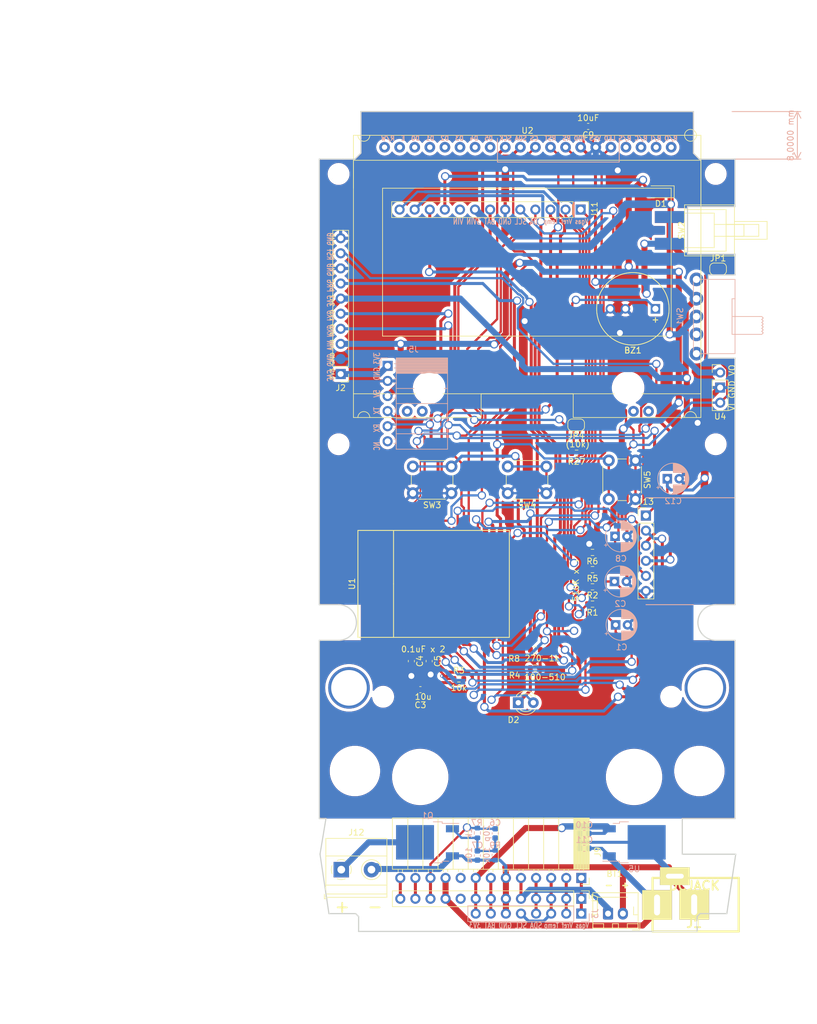
<source format=kicad_pcb>
(kicad_pcb (version 20221018) (generator pcbnew)
  (title_block (date "26 jul 2013"))
  (layers (0 "F.Cu" signal) (31 "B.Cu" signal) (34 "B.Paste" user) (35 "F.Paste" user) (36 "B.SilkS" user "B.Silkscreen") (37 "F.SilkS" user "F.Silkscreen") (38 "B.Mask" user) (39 "F.Mask" user) (44 "Edge.Cuts" user))
  (net 0 "")
  (net 1 "Net-(BT1-+)")
  (net 2 "Net-(BZ1--)")
  (net 3 "GND")
  (net 4 "Net-(U1-SENSOR_VN)")
  (net 5 "+3V3")
  (net 6 "RESET")
  (net 7 "Net-(U1-SENSOR_VP)")
  (net 8 "Net-(Q1-G)")
  (net 9 "Net-(J7-Pin_11)")
  (net 10 "Net-(J3-Pin_8)")
  (net 11 "Net-(J7-Pin_10)")
  (net 12 "Net-(D1-K)")
  (net 13 "VIN")
  (net 14 "Net-(D2-K)")
  (net 15 "Net-(D2-A)")
  (net 16 "Net-(J2-Pin_4)")
  (net 17 "Net-(J2-Pin_5)")
  (net 18 "Net-(J2-Pin_7)")
  (net 19 "Net-(J3-Pin_1)")
  (net 20 "Net-(J3-Pin_2)")
  (net 21 "Net-(J3-Pin_3)")
  (net 22 "Net-(J3-Pin_4)")
  (net 23 "Net-(J3-Pin_7)")
  (net 26 "Net-(J7-Pin_12)")
  (net 27 "Net-(J7-Pin_13)")
  (net 28 "Net-(J11-Pin_5)")
  (net 30 "Net-(J11-Pin_1)")
  (net 31 "Net-(J11-Pin_2)")
  (net 32 "Net-(J11-Pin_3)")
  (net 33 "CONTROL")
  (net 34 "Net-(J11-Pin_4)")
  (net 35 "Net-(J11-Pin_7)")
  (net 37 "Net-(J12-Pin_1)")
  (net 38 "Net-(J13-Pin_3)")
  (net 39 "Net-(J13-Pin_4)")
  (net 40 "Net-(J13-Pin_5)")
  (net 41 "Net-(U1-IO2)")
  (net 42 "Net-(U1-IO35)")
  (net 43 "Net-(U2-LEDA)")
  (net 45 "Net-(U1-IO13)")
  (net 46 "Net-(U1-IO14)")
  (net 55 "Net-(U1-IO16)")
  (net 56 "Net-(U1-IO17)")
  (net 57 "Net-(U1-IO5)")
  (net 59 "RX")
  (net 60 "TX")
  (net 65 "SD_CS")
  (net 75 "GND1")
  (footprint "Wire_Pads:SolderWirePad_single_1-2mmDrill" (layer "F.Cu") (at 26.0756 81.8798)
    (fp_text reference "REF**" hide)
    (fp_text value "SolderWirePad_single_1-2mmDrill" hide)
  )
  (footprint "Buzzer_Beeper:MagneticBuzzer_ProSignal_ABI-010-RC" (layer "F.Cu") (at 121.6 129.2 180)
    (fp_text reference "BZ1")
    (fp_text value "Buzzer")
  )
  (footprint "Capacitor_SMD:C_0603_1608Metric" (layer "F.Cu") (at 82.025 193.3 180)
    (fp_text reference "C3")
    (fp_text value "10u")
  )
  (footprint "Capacitor_SMD:C_0603_1608Metric" (layer "F.Cu") (at 80.5 188.5 -90)
    (fp_text reference "C4")
    (fp_text value "0.1u")
  )
  (footprint "Diode_SMD:D_SOD-123" (layer "F.Cu") (at 122.5 109.5 180)
    (fp_text reference "D1")
    (fp_text value "D_Schottky")
  )
  (footprint "LED_THT:LED_D3.0mm" (layer "F.Cu") (at 98.5 195.5)
    (fp_text reference "D2")
    (fp_text value "LED")
  )
  (footprint "Connector_PinHeader_2.54mm:PinHeader_1x10_P2.54mm_Vertical" (layer "F.Cu") (at 68.6 140.18 180)
    (fp_text reference "J2")
    (fp_text value "DEBUG")
  )
  (footprint "Jumper:SolderJumper-2_P1.3mm_Bridged_RoundedPad1.0x1.5mm" (layer "F.Cu") (at 108.25 148.75 180)
    (fp_text reference "JP4")
    (fp_text value "Jumper_NC_Small")
  )
  (footprint "Resistor_SMD:R_0603_1608Metric" (layer "F.Cu") (at 111 178.9 180)
    (fp_text reference "R1")
    (fp_text value "510k")
  )
  (footprint "Resistor_SMD:R_0603_1608Metric" (layer "F.Cu") (at 111 176 180)
    (fp_text reference "R2")
    (fp_text value "510k")
  )
  (footprint "Resistor_SMD:R_0603_1608Metric" (layer "F.Cu") (at 88.5 191.5)
    (fp_text reference "R3")
    (fp_text value "10k")
  )
  (footprint "Resistor_SMD:R_0603_1608Metric" (layer "F.Cu") (at 101.355 189.67 180)
    (fp_text reference "R4")
    (fp_text value "75")
  )
  (footprint "Resistor_SMD:R_0603_1608Metric" (layer "F.Cu") (at 111 173.1 180)
    (fp_text reference "R5")
    (fp_text value "510k")
  )
  (footprint "Resistor_SMD:R_0603_1608Metric" (layer "F.Cu") (at 108.325 153.5 180)
    (fp_text reference "R27")
    (fp_text value "10k")
  )
  (footprint "library:JLX12864G_128x64_2.11in_LCD_Module" (layer "F.Cu") (at 124.25 102)
    (fp_text reference "U2")
    (fp_text value "JLX12864G-LCD")
  )
  (footprint "MountingHole:MountingHole_3.2mm_M3" (layer "F.Cu") (at 131.75 106.5)
    (fp_text reference "REF**" hide)
    (fp_text value "MountingHole_3.2mm_M3")
  )
  (footprint "MountingHole:MountingHole_3.2mm_M3" (layer "F.Cu") (at 68.25 106.5)
    (fp_text reference "REF**" hide)
    (fp_text value "MountingHole_3.2mm_M3")
  )
  (footprint "MountingHole:MountingHole_3.2mm_M3" (layer "F.Cu") (at 68.25 152)
    (fp_text reference "REF**" hide)
    (fp_text value "MountingHole_3.2mm_M3")
  )
  (footprint "MountingHole:MountingHole_3.2mm_M3" (layer "F.Cu") (at 68.25 182)
    (fp_text reference "REF**" hide)
    (fp_text value "MountingHole_3.2mm_M3")
  )
  (footprint "MountingHole:MountingHole_3.2mm_M3" (layer "F.Cu") (at 131.75 182)
    (fp_text reference "REF**" hide)
    (fp_text value "MountingHole_3.2mm_M3")
  )
  (footprint "MountingHole:MountingHole_3.2mm_M3" (layer "F.Cu") (at 124.25 194.5)
    (fp_text reference "REF**" hide)
    (fp_text value "MountingHole_3.2mm_M3")
  )
  (footprint "MountingHole:MountingHole_3.2mm_M3" (layer "F.Cu") (at 75.75 194.5)
    (fp_text reference "REF**" hide)
    (fp_text value "MountingHole_3.2mm_M3")
  )
  (footprint "MountingHole:MountingHole_3.2mm_M3" (layer "F.Cu") (at 82 208)
    (fp_text reference "REF**" hide)
    (fp_text value "MountingHole_3.2mm_M3")
  )
  (footprint "MountingHole:MountingHole_3.2mm_M3" (layer "F.Cu") (at 118 208)
    (fp_text reference "REF**" hide)
    (fp_text value "MountingHole_3.2mm_M3")
  )
  (footprint "library:ESP-WROOM-32" (layer "F.Cu") (at 79 175.5 90)
    (fp_text reference "U1")
    (fp_text value "ESP-WROOM-32")
  )
  (footprint "MountingHole:MountingHole_3.2mm_M3" (layer "F.Cu") (at 117 142.5)
    (fp_text reference "REF**" hide)
    (fp_text value "MountingHole_3.2mm_M3")
  )
  (footprint "MountingHole:MountingHole_3.2mm_M3" (layer "F.Cu") (at 83.5 142.5)
    (fp_text reference "REF**" hide)
    (fp_text value "MountingHole_3.2mm_M3")
  )
  (footprint "MountingHole:MountingHole_3.2mm_M3" (layer "F.Cu") (at 131.75 152)
    (fp_text reference "REF**" hide)
    (fp_text value "MountingHole_3.2mm_M3")
  )
  (footprint "Capacitor_SMD:C_0603_1608Metric" (layer "F.Cu") (at 83.5 188.5 -90)
    (fp_text reference "C5")
    (fp_text value "0.1u")
  )
  (footprint "Buzzer_Beeper:MagneticBuzzer_ProSignal_ABI-010-RC" (layer "F.Cu") (at 121.6 129.2 180)
    (fp_text reference "BZ1")
    (fp_text value "Buzzer")
  )
  (footprint "Connector_JST:JST_XH_B2B-XH-AM_1x02_P2.50mm_Vertical" (layer "F.Cu") (at 116.12 231 180)
    (fp_text reference "BT1")
    (fp_text value "Battery")
  )
  (footprint "MountingHole:MountingHole_3.2mm_M3" (layer "F.Cu") (at 129 207)
    (fp_text reference "REF**" hide)
    (fp_text value "MountingHole_3.2mm_M3")
  )
  (footprint "MountingHole:MountingHole_3.2mm_M3" (layer "F.Cu") (at 130 193)
    (fp_text reference "REF**" hide)
    (fp_text value "MountingHole_3.2mm_M3")
  )
  (footprint "MountingHole:MountingHole_3.2mm_M3" (layer "F.Cu") (at 70 193)
    (fp_text reference "REF**" hide)
    (fp_text value "MountingHole_3.2mm_M3")
  )
  (footprint "MountingHole:MountingHole_3.2mm_M3" (layer "F.Cu") (at 71 207)
    (fp_text reference "REF**" hide)
    (fp_text value "MountingHole_3.2mm_M3")
  )
  (footprint "library:5.8x5.8_7.0x7.0_8.5x8.5_SWITCH_EDGEMOUNT" (layer "F.Cu") (at 126.5 116 -90)
    (fp_text reference "SW2")
    (fp_text value "SW_DPST")
  )
  (footprint "Connector_PinHeader_2.54mm:PinHeader_1x06_P2.54mm_Vertical" (layer "F.Cu") (at 120 164)
    (fp_text reference "J13")
    (fp_text value "SD_CARD_MODULE")
  )
  (footprint "Resistor_SMD:R_0603_1608Metric" (layer "F.Cu") (at 111 170.2)
    (fp_text reference "R6")
    (fp_text value "510k")
  )
  (footprint "Connector_PinHeader_2.54mm:PinHeader_1x13_P2.54mm_Vertical" (layer "F.Cu") (at 109.12 228.5 -90)
    (fp_text reference "J7")
    (fp_text value "Conn_01x13_Female")
  )
  (footprint "TerminalBlock_Phoenix:TerminalBlock_Phoenix_MKDS-1,5-2-5.08_1x02_P5.08mm_Horizontal" (layer "F.Cu") (at 68.7 223.6)
    (fp_text reference "J12")
    (fp_text value "Screw_Terminal_01x02")
  )
  (footprint "Jumper:SolderJumper-2_P1.3mm_Bridged_RoundedPad1.0x1.5mm" (layer "F.Cu") (at 132.15 122.5)
    (fp_text reference "JP1")
    (fp_text value "Jumper_NC_Small")
  )
  (footprint "Connector_PinHeader_2.54mm:PinHeader_1x13_P2.54mm_Vertical" (layer "F.Cu") (at 109 112.5 -90)
    (fp_text reference "J11")
    (fp_text value "Conn_01x13_Female")
  )
  (footprint "Connector_PinSocket_2.54mm:PinSocket_1x13_P2.54mm_Horizontal" (layer "F.Cu") (at 109.12 225 -90)
    (fp_text reference "J9")
    (fp_text value "Conn_01x13_Male")
  )
  (footprint "Resistor_SMD:R_0603_1608Metric" (layer "F.Cu") (at 101.375 186.6)
    (fp_text reference "R8")
    (fp_text value "270-1k")
  )
  (footprint "Connector_PinHeader_2.54mm:PinHeader_1x03_P2.54mm_Vertical" (layer "F.Cu") (at 132.5 139.92)
    (fp_text reference "U4")
    (fp_text value "DC-DC BOOSTUP")
  )
  (footprint "Capacitor_SMD:C_0603_1608Metric" (layer "F.Cu") (at 110.275 98.5 180)
    (fp_text reference "C9")
    (fp_text value "10uF")
  )
  (footprint "Button_Switch_THT:SW_PUSH_6mm" (layer "F.Cu") (at 103.23 160.24 180)
    (fp_text reference "SW4")
    (fp_text value "B")
  )
  (footprint "Button_Switch_THT:SW_PUSH_6mm" (layer "F.Cu") (at 118.24 154.73 -90)
    (fp_text reference "SW5")
    (fp_text value "OK")
  )
  (footprint "Button_Switch_THT:SW_PUSH_6mm" (layer "F.Cu") (at 87.25 160.24 180)
    (fp_text reference "SW3")
    (fp_text value "A")
  )
  (footprint "library:DCJACK" (layer "F.Cu") (at 128.12 229.5 180)
    (fp_text reference "J1")
    (fp_text value "DCJACK")
  )
  (footprint "Wire_Pads:SolderWirePad_single_1-2mmDrill" (layer "F.Cu") (at 26.8006 117.2798)
    (fp_text reference "REF**" hide)
    (fp_text value "SolderWirePad_single_1-2mmDrill" hide)
  )
  (footprint "Capacitor_THT:CP_Radial_D5.0mm_P2.00mm" (layer "B.Cu") (at 114.9 182.4)
    (fp_text reference "C1")
    (fp_text value "CP")
  )
  (footprint "Capacitor_THT:CP_Radial_D5.0mm_P2.00mm" (layer "B.Cu") (at 114.7 175.1)
    (fp_text reference "C2")
    (fp_text value "CP")
  )
  (footprint "library:SS-12F23_SLIDE_SWITCH" (layer "B.Cu") (at 128.5 130.5 90)
    (fp_text reference "SW1")
    (fp_text value "SW_SPDT")
  )
  (footprint "Connector_PinHeader_2.54mm:PinHeader_1x08_P2.54mm_Vertical" (layer "B.Cu") (at 109.12 231 90)
    (fp_text reference "J3")
    (fp_text value "Conn_01x08_Female")
  )
  (footprint "Package_TO_SOT_SMD:TO-252-2" (layer "B.Cu") (at 83.22 219 180)
    (fp_text reference "Q1")
    (fp_text value "Q_NMOS_GSD")
  )
  (footprint "Capacitor_SMD:C_0603_1608Metric" (layer "B.Cu") (at 94.62 217.5 90)
    (fp_text reference "C6")
    (fp_text value "20p")
  )
  (footprint "Resistor_SMD:R_0603_1608Metric" (layer "B.Cu") (at 91.62 217.425 90)
    (fp_text reference "R7")
    (fp_text value "1k")
  )
  (footprint "Capacitor_SMD:C_0603_1608Metric" (layer "B.Cu") (at 91.62 221.225 90)
    (fp_text reference "C7")
    (fp_text value "10u")
  )
  (footprint "Resistor_SMD:R_0603_1608Metric" (layer "B.Cu") (at 94.62 221.175 90)
    (fp_text reference "R9")
    (fp_text value "10k")
  )
  (footprint "Capacitor_THT:CP_Radial_D5.0mm_P2.00mm" (layer "B.Cu") (at 114.8 167.5)
    (fp_text reference "C8")
    (fp_text value "220uF")
  )
  (footprint "Capacitor_SMD:C_0603_1608Metric" (layer "B.Cu") (at 109.62 217.5 180)
    (fp_text reference "C10")
    (fp_text value "10u")
  )
  (footprint "Connector_PinSocket_2.54mm:PinSocket_1x06_P2.54mm_Horizontal" (layer "B.Cu") (at 76.5 138.8 180)
    (fp_text reference "J5")
    (fp_text value "USBSERIAL")
  )
  (footprint "Package_TO_SOT_SMD:TO-252-2" (layer "B.Cu") (at 118.02 219)
    (fp_text reference "U5")
    (fp_text value "NJM2845DL1-33")
  )
  (footprint "Capacitor_SMD:C_0603_1608Metric" (layer "B.Cu") (at 109.62 220.01 180)
    (fp_text reference "C11")
    (fp_text value "0.1u")
  )
  (footprint "Capacitor_THT:CP_Radial_D5.0mm_P2.00mm" (layer "B.Cu") (at 123.6 157.8)
    (fp_text reference "C12")
    (fp_text value "220uF")
  )
  (gr_line (start 115.5 104.5) (end 115.5 100.5) (stroke (width 0.15)) (layer "B.SilkS"))
  (gr_line (start 135 161) (end 120 161) (stroke (width 0.15)) (layer "B.SilkS"))
  (gr_line (start 95 104.5) (end 115.5 104.5) (stroke (width 0.15)) (layer "B.SilkS"))
  (gr_line (start 95 104.5) (end 95 100.5) (stroke (width 0.15)) (layer "B.SilkS"))
  (gr_line (start 120 179) (end 128 179) (stroke (width 0.15)) (layer "B.SilkS"))
  (gr_line (start 66.12 215) (end 65.12 221) (stroke (width 0.2)) (layer "Edge.Cuts"))
  (gr_line (start 135 185) (end 135 215) (stroke (width 0.2)) (layer "Edge.Cuts"))
  (gr_line (start 65 215) (end 65 185) (stroke (width 0.2)) (layer "Edge.Cuts"))
  (gr_line (start 65 179) (end 65 104) (stroke (width 0.2)) (layer "Edge.Cuts"))
  (gr_line (start 127 112) (end 127 120) (stroke (width 0.2)) (layer "Edge.Cuts"))
  (gr_line (start 72 96) (end 72 100) (stroke (width 0.2)) (layer "Edge.Cuts"))
  (gr_line (start 135 112) (end 135 104) (stroke (width 0.2)) (layer "Edge.Cuts"))
  (gr_line (start 135 120) (end 135 123.5) (stroke (width 0.2)) (layer "Edge.Cuts"))
  (gr_line (start 135 137.5) (end 135 179) (stroke (width 0.2)) (layer "Edge.Cuts"))
  (gr_line (start 128 101) (end 128 103) (stroke (width 0.2)) (layer "Edge.Cuts"))
  (gr_line (start 128.62 234) (end 128.62 231.5) (stroke (width 0.2)) (layer "Edge.Cuts"))
  (gr_line (start 128 96) (end 72 96) (stroke (width 0.2)) (layer "Edge.Cuts"))
  (gr_line (start 69 104) (end 71 104) (stroke (width 0.2)) (layer "Edge.Cuts"))
  (gr_line (start 129.12 231) (end 133.62 231) (stroke (width 0.2)) (layer "Edge.Cuts"))
  (gr_line (start 131.75 185) (end 135 185) (stroke (width 0.2)) (layer "Edge.Cuts"))
  (gr_line (start 130.5 123.5) (end 130.5 137.5) (stroke (width 0.2)) (layer "Edge.Cuts"))
  (gr_line (start 135 123.5) (end 130.5 123.5) (stroke (width 0.2)) (layer "Edge.Cuts"))
  (gr_line (start 68.25 179) (end 65 179) (stroke (width 0.2)) (layer "Edge.Cuts"))
  (gr_line (start 126.12 221) (end 126.12 215) (stroke (width 0.2)) (layer "Edge.Cuts"))
  (gr_line (start 135.12 221) (end 133.62 231) (stroke (width 0.2)) (layer "Edge.Cuts"))
  (gr_line (start 131.75 179) (end 135 179) (stroke (width 0.2)) (layer "Edge.Cuts"))
  (gr_line (start 129 104) (end 135 104) (stroke (width 0.2)) (layer "Edge.Cuts"))
  (gr_line (start 65 104) (end 69 104) (stroke (width 0.2)) (layer "Edge.Cuts"))
  (gr_line (start 128 103) (end 129 104) (stroke (width 0.2)) (layer "Edge.Cuts"))
  (gr_line (start 128 100) (end 128 101) (stroke (width 0.2)) (layer "Edge.Cuts"))
  (gr_line (start 71.62 231.5) (end 71.12 231) (stroke (width 0.2)) (layer "Edge.Cuts"))
  (gr_arc (start 68.25 179) (mid 71.25 182) (end 68.25 185) (stroke (width 0.2)) (layer "Edge.Cuts"))
  (gr_line (start 130.5 137.5) (end 135 137.5) (stroke (width 0.2)) (layer "Edge.Cuts"))
  (gr_line (start 135.12 221) (end 126.12 221) (stroke (width 0.2)) (layer "Edge.Cuts"))
  (gr_line (start 128.62 234) (end 71.62 234) (stroke (width 0.2)) (layer "Edge.Cuts"))
  (gr_line (start 127 120) (end 135 120) (stroke (width 0.2)) (layer "Edge.Cuts"))
  (gr_line (start 71.62 234) (end 71.62 231.5) (stroke (width 0.2)) (layer "Edge.Cuts"))
  (gr_arc (start 131.75 185) (mid 128.75 182) (end 131.75 179) (stroke (width 0.2)) (layer "Edge.Cuts"))
  (gr_line (start 72 103) (end 72 100) (stroke (width 0.2)) (layer "Edge.Cuts"))
  (gr_line (start 71.12 231) (end 66.62 231) (stroke (width 0.2)) (layer "Edge.Cuts"))
  (gr_line (start 135 112) (end 127 112) (stroke (width 0.2)) (layer "Edge.Cuts"))
  (gr_line (start 128.62 231.5) (end 129.12 231) (stroke (width 0.2)) (layer "Edge.Cuts"))
  (gr_line (start 65 215) (end 66.12 215) (stroke (width 0.2)) (layer "Edge.Cuts"))
  (gr_line (start 66.62 231) (end 65.12 221) (stroke (width 0.2)) (layer "Edge.Cuts"))
  (gr_line (start 71 104) (end 72 103) (stroke (width 0.2)) (layer "Edge.Cuts"))
  (gr_line (start 135 215) (end 126.12 215) (stroke (width 0.2)) (layer "Edge.Cuts"))
  (gr_line (start 68.25 185) (end 65 185) (stroke (width 0.2)) (layer "Edge.Cuts"))
  (gr_line (start 128 100) (end 128 96) (stroke (width 0.2)) (layer "Edge.Cuts"))
  (gr_text "Vgas Vref Temp" (at 106.62 233) (layer "B.SilkS") (effects (font (size 0.8 0.64)) (justify mirror)))
  (gr_text "SDA SCL GND BAT 3VIN VIN" (at 95 114.5) (layer "B.SilkS") (effects (font (size 1 0.72)) (justify mirror)))
  (gr_text "Vgas Vref Temp" (at 106.5 114.5) (layer "B.SilkS") (effects (font (size 0.8 0.64)) (justify mirror)))
  (gr_text "3V3 GND VIN RXD TXD 3V3 PRG GND RST GND" (at 66.8 128.9 270) (layer "B.SilkS") (effects (font (size 1 0.71)) (justify mirror)))
  (gr_text "SDA SCL GND BAT 3V3" (at 96.37 233) (layer "B.SilkS") (effects (font (size 1 0.72)) (justify mirror)))
  (gr_text "R/O R/I R/C R/S LED VSS VDD RS  RST  CS SDA SCK  D5  D4  D3  D2  D1  D0  E  R/W " (at 100.1 100.5) (layer "B.SilkS") (effects (font (size 0.76 0.71) (thickness 0.175)) (justify mirror)))
  (gr_text "3V3 GND   5V   TX   RX   NC" (at 74.7 144.8 90) (layer "B.SilkS") (effects (font (size 1 0.71)) (justify mirror)))
  (gr_text "(10k)" (at 108.5 152) (layer "F.SilkS") (effects (font (size 1 1))))
  (gr_text "0.1uF x 2" (at 82.5 186.5) (layer "F.SilkS") (effects (font (size 1 1))))
  (gr_text "10u" (at 82.5 194.5) (layer "F.SilkS") (effects (font (size 1 1))))
  (gr_text "10k" (at 88.5 193) (layer "F.SilkS") (effects (font (size 1 1))))
  (gr_text "100-510" (at 103 191.2) (layer "F.SilkS") (effects (font (size 1 1))))
  (gr_text "+  -" (at 115.12 226.2) (layer "F.SilkS") (effects (font (size 1 1) (thickness 0.25)) (justify mirror)))
  (gr_text "3V3 GND VIN RXD TXD 3V3 PRG GND RST GND" (at 67.2 128.8 90) (layer "F.SilkS") (effects (font (size 0.7 0.7) (thickness 0.125))))
  (gr_text "+  -" (at 71.62 230.1 180) (layer "F.SilkS") (effects (font (size 2 2) (thickness 0.3)) (justify mirror)))
  (gr_text "VI GND VO" (at 134.5 142.5 90) (layer "F.SilkS") (effects (font (size 1 1))))
  (gr_text "510K x 4" (at 108.2 174.9 90) (layer "F.SilkS") (effects (font (size 1 1))))
  (dimension (type aligned) (layer "B.SilkS") (pts (xy 134.5 96) (xy 134.5 104)) (height -11) (gr_text "8.0000 mm" (at 144.35 100 90) (layer "B.SilkS") (effects (font (size 1 1) (thickness 0.15)))) (format (prefix "") (suffix "") (units 2) (units_format 1) (precision 4)) (style (thickness 0.15) (arrow_length 1.27) (text_position_mode 0) (extension_height 0.58642) (extension_offset 0) keep_text_aligned))
  (segment (start 98.96 225) (end 98.96 228.5) (width 0.508) (layer "F.Cu") (net 1))
  (segment (start 113.62 230.115598) (end 113.62 231) (width 1.016) (layer "B.Cu") (net 1))
  (segment (start 98.96 228.5) (end 100.468001 226.991999) (width 1.016) (layer "B.Cu") (net 1))
  (segment (start 100.468001 226.991999) (end 110.496401 226.991999) (width 1.016) (layer "B.Cu") (net 1))
  (segment (start 110.496401 226.991999) (end 113.62 230.115598) (width 1.016) (layer "B.Cu") (net 1))
  (segment (start 107.6 153.4) (end 107.5 153.5) (width 0.381) (layer "F.Cu") (net 2))
  (segment (start 107.830501 149.620759) (end 107.830501 152.904241) (width 0.381) (layer "F.Cu") (net 2))
  (segment (start 107.6 149.390258) (end 107.830501 149.620759) (width 0.381) (layer "F.Cu") (net 2))
  (segment (start 107.830501 152.904241) (end 107.5 153.234742) (width 0.381) (layer "F.Cu") (net 2))
  (segment (start 107.5 153.234742) (end 107.5 153.5) (width 0.381) (layer "F.Cu") (net 2))
  (segment (start 107.6 148.75) (end 107.6 149.390258) (width 0.381) (layer "F.Cu") (net 2))
  (segment (start 107.6 148.75) (end 107.6 128.3) (width 0.381) (layer "F.Cu") (net 2))
  (segment (start 107.35 148.5) (end 107.6 148.75) (width 0.381) (layer "F.Cu") (net 2))
  (segment (start 107.6 128.3) (end 108.2 127.7) (width 0.381) (layer "F.Cu") (net 2))
  (via (at 108.2 127.7) (size 1.39954) (drill 1.00076) (layers "F.Cu" "B.Cu") (net 2))
  (segment (start 108.2 127.7) (end 120.1 127.7) (width 0.381) (layer "B.Cu") (net 2))
  (segment (start 120.1 127.7) (end 121.6 129.2) (width 0.381) (layer "B.Cu") (net 2))
  (segment (start 97.825 146.825) (end 96.15 148.5) (width 1.016) (layer "F.Cu") (net 3))
  (segment (start 115.25 105.89622) (end 115.25 111.53053) (width 1.016) (layer "F.Cu") (net 3))
  (segment (start 110.175 169.045) (end 110.45 168.77) (width 0.508) (layer "F.Cu") (net 3))
  (segment (start 80.5 191) (end 80.5 189.275) (width 0.381) (layer "F.Cu") (net 3))
  (segment (start 115.348001 113.771469) (end 115.348001 132.98813) (width 1.016) (layer "F.Cu") (net 3))
  (segment (start 96.5 105.5) (end 96.3 105.7) (width 0.508) (layer "F.Cu") (net 3))
  (segment (start 83.5 190.5) (end 83.75 190.75) (width 0.381) (layer "F.Cu") (net 3))
  (segment (start 83.5 189.275) (end 83.5 190.5) (width 0.381) (layer "F.Cu") (net 3))
  (segment (start 116.8 166.110501) (end 116.8 167.5) (width 0.508) (layer "F.Cu") (net 3))
  (segment (start 99.580198 145.069802) (end 99.580198 131.271803) (width 1.016) (layer "F.Cu") (net 3))
  (segment (start 115.85727 112.1378) (end 115.85727 113.2622) (width 1.016) (layer "F.Cu") (net 3))
  (segment (start 114 129.2) (end 116.54 129.2) (width 1.016) (layer "F.Cu") (net 3))
  (segment (start 116.8 175) (end 116.7 175.1) (width 0.508) (layer "F.Cu") (net 3))
  (segment (start 79 161.99) (end 80.75 160.24) (width 0.508) (layer "F.Cu") (net 3))
  (segment (start 128.7 146.26) (end 128.7 148.4) (width 1.016) (layer "F.Cu") (net 3))
  (segment (start 97.825 147.635) (end 97.825 146.825) (width 0.381) (layer "F.Cu") (net 3))
  (segment (start 98.69 148.5) (end 97.825 147.635) (width 0.381) (layer "F.Cu") (net 3))
  (segment (start 79 166.61) (end 79 161.99) (width 0.508) (layer "F.Cu") (net 3))
  (segment (start 79 176.25) (end 79 166.61) (width 0.381) (layer "F.Cu") (net 3))
  (segment (start 101.8592 189.67) (end 97.034 184.8448) (width 0.508) (layer "F.Cu") (net 3))
  (segment (start 115.348001 132.98813) (end 115.617141 133.25727) (width 1.016) (layer "F.Cu") (net 3))
  (segment (start 118.24 154.73) (end 118.24 161.23) (width 0.381) (layer "F.Cu") (net 3))
  (segment (start 80.5 191) (end 79 189.5) (width 0.381) (layer "F.Cu") (net 3))
  (segment (start 115.966229 163.503771) (end 115.966229 165.27673) (width 0.508) (layer "F.Cu") (net 3))
  (segment (start 118.24 161.23) (end 115.966229 163.503771) (width 0.508) (layer "F.Cu") (net 3))
  (segment (start 115.85727 113.2622) (end 115.348001 113.771469) (width 1.016) (layer "F.Cu") (net 3))
  (segment (start 79 184.39) (end 79 176.25) (width 0.381) (layer "F.Cu") (net 3))
  (segment (start 111.05 101.5) (end 111.55 102) (width 0.381) (layer "F.Cu") (net 3))
  (segment (start 97.825 146.825) (end 99.580198 145.069802) (width 1.016) (layer "F.Cu") (net 3))
  (segment (start 111.05 98.5) (end 111.05 101.5) (width 0.381) (layer "F.Cu") (net 3))
  (segment (start 115.966229 165.27673) (end 116.8 166.110501) (width 0.508) (layer "F.Cu") (net 3))
  (segment (start 132.5 142.46) (end 128.7 146.26) (width 1.016) (layer "F.Cu") (net 3))
  (segment (start 79 189.5) (end 79 184.39) (width 0.381) (layer "F.Cu") (net 3))
  (segment (start 115.25 111.53053) (end 115.85727 112.1378) (width 1.016) (layer "F.Cu") (net 3))
  (segment (start 97.034 184.8448) (end 97.034 181.215) (width 0.508) (layer "F.Cu") (net 3))
  (segment (start 102.18 189.67) (end 101.8592 189.67) (width 0.508) (layer "F.Cu") (net 3))
  (segment (start 85.97 176.25) (end 86.72 177) (width 0.381) (layer "F.Cu") (net 3))
  (segment (start 79 176.25) (end 85.97 176.25) (width 0.381) (layer "F.Cu") (net 3))
  (segment (start 110.175 170.2) (end 110.175 169.045) (width 0.508) (layer "F.Cu") (net 3))
  (segment (start 96.3 112.5) (end 96.3 105.7) (width 0.508) (layer "F.Cu") (net 3))
  (segment (start 116.8 167.5) (end 116.8 175) (width 0.508) (layer "F.Cu") (net 3))
  (via (at 128.7 148.4) (size 1.39954) (drill 1.00076) (layers "F.Cu" "B.Cu") (net 3))
  (via (at 99.580198 131.271803) (size 1.39954) (drill 1.00076) (layers "F.Cu" "B.Cu") (net 3))
  (via (at 115.25 105.89622) (size 1.39954) (drill 1.00076) (layers "F.Cu" "B.Cu") (net 3))
  (via (at 80.5 191) (size 1.39954) (drill 1.00076) (layers "F.Cu" "B.Cu") (net 3))
  (via (at 110.45 168.77) (size 1.39954) (drill 1.00076) (layers "F.Cu" "B.Cu") (net 3))
  (via (at 96.3 105.7) (size 1.39954) (drill 1.00076) (layers "F.Cu" "B.Cu") (net 3))
  (via (at 83.75 190.75) (size 1.39954) (drill 1.00076) (layers "F.Cu" "B.Cu") (net 3))
  (via (at 115.617141 133.25727) (size 1.39954) (drill 1.00076) (layers "F.Cu" "B.Cu") (net 3))
  (segment (start 110.45 168.77) (end 116.66137 168.77) (width 0.508) (layer "B.Cu") (net 3))
  (segment (start 99.580198 131.271803) (end 101.373896 133.065501) (width 1.016) (layer "B.Cu") (net 3))
  (segment (start 115.425372 133.065501) (end 115.617141 133.25727) (width 1.016) (layer "B.Cu") (net 3))
  (segment (start 116.8 168.63137) (end 116.8 167.5) (width 0.508) (layer "B.Cu") (net 3))
  (segment (start 96.3 105.7) (end 97.2 104.8) (width 0.508) (layer "B.Cu") (net 3))
  (segment (start 128.7 148.4) (end 122.37 154.73) (width 1.016) (layer "B.Cu") (net 3))
  (segment (start 122.37 154.73) (end 118.24 154.73) (width 1.016) (layer "B.Cu") (net 3))
  (segment (start 101.373896 133.065501) (end 115.425372 133.065501) (width 1.016) (layer "B.Cu") (net 3))
  (segment (start 112.64622 105.89622) (end 115.25 105.89622) (width 1.016) (layer "B.Cu") (net 3))
  (segment (start 80.75 190.75) (end 80.5 191) (width 0.381) (layer "B.Cu") (net 3))
  (segment (start 111.55 104.8) (end 97.489778 104.8) (width 1.016) (layer "B.Cu") (net 3))
  (segment (start 116.66137 168.77) (end 116.8 168.63137) (width 0.508) (layer "B.Cu") (net 3))
  (segment (start 103.23 160.24) (end 96.73 160.24) (width 0.381) (layer "B.Cu") (net 3))
  (segment (start 83.75 190.75) (end 80.75 190.75) (width 0.381) (layer "B.Cu") (net 3))
  (segment (start 111.55 102) (end 111.55 104.8) (width 1.016) (layer "B.Cu") (net 3))
  (segment (start 111.55 104.8) (end 112.64622 105.89622) (width 1.016) (layer "B.Cu") (net 3))
  (segment (start 97.2 104.8) (end 97.489778 104.8) (width 0.508) (layer "B.Cu") (net 3))
  (segment (start 87.25 160.24) (end 80.75 160.24) (width 0.381) (layer "B.Cu") (net 3))
  (segment (start 84.08 185.920764) (end 86.288677 188.129441) (width 0.508) (layer "F.Cu") (net 4))
  (segment (start 84.08 184.39) (end 84.08 185.920764) (width 0.508) (layer "F.Cu") (net 4))
  (segment (start 86.288677 188.129441) (end 86.288677 188.642072) (width 0.508) (layer "F.Cu") (net 4))
  (segment (start 111.825 179.325) (end 114.9 182.4) (width 0.381) (layer "F.Cu") (net 4))
  (segment (start 111.825 178.9) (end 111.825 179.325) (width 0.381) (layer "F.Cu") (net 4))
  (segment (start 114.9 183.609435) (end 117.591446 186.300881) (width 0.381) (layer "F.Cu") (net 4))
  (segment (start 114.9 182.4) (end 114.9 183.609435) (width 0.381) (layer "F.Cu") (net 4))
  (segment (start 117.591446 186.300881) (end 117.591446 188.60506) (width 0.381) (layer "F.Cu") (net 4))
  (via (at 117.591446 188.60506) (size 1.39954) (drill 1.00076) (layers "F.Cu" "B.Cu") (net 4))
  (via (at 86.288677 188.642072) (size 1.39954) (drill 1.00076) (layers "F.Cu" "B.Cu") (net 4))
  (segment (start 105.008988 190.722563) (end 105.475494 191.189069) (width 0.508) (layer "B.Cu") (net 4))
  (segment (start 105.475494 191.189069) (end 108.042789 191.189069) (width 0.508) (layer "B.Cu") (net 4))
  (segment (start 88.369168 190.722563) (end 105.008988 190.722563) (width 0.508) (layer "B.Cu") (net 4))
  (segment (start 110.626798 188.60506) (end 117.591446 188.60506) (width 0.508) (layer "B.Cu") (net 4))
  (segment (start 108.042789 191.189069) (end 110.626798 188.60506) (width 0.508) (layer "B.Cu") (net 4))
  (segment (start 86.288677 188.642072) (end 88.369168 190.722563) (width 0.508) (layer "B.Cu") (net 4))
  (segment (start 126.691999 129.308001) (end 126.691999 140.662886) (width 1.016) (layer "F.Cu") (net 5))
  (segment (start 66.5 129.58) (end 68.6 127.48) (width 1.016) (layer "F.Cu") (net 5))
  (segment (start 87.22481 192.37901) (end 88.44599 192.37901) (width 0.508) (layer "F.Cu") (net 5))
  (segment (start 129.90327 155.934608) (end 129.90327 157.683586) (width 1.27) (layer "F.Cu") (net 5))
  (segment (start 86.96679 192.12099) (end 87.22481 192.37901) (width 0.508) (layer "F.Cu") (net 5))
  (segment (start 82.8 192.31698) (end 82.60401 192.12099) (width 0.381) (layer "F.Cu") (net 5))
  (segment (start 126.883768 152.8) (end 126.883768 140.854655) (width 1.016) (layer "F.Cu") (net 5))
  (segment (start 82.60401 192.12099) (end 84.62099 192.12099) (width 0.508) (layer "F.Cu") (net 5))
  (segment (start 84.62099 192.12099) (end 86.96679 192.12099) (width 0.508) (layer "F.Cu") (net 5))
  (segment (start 129.838501 162.945267) (end 129.838501 157.748355) (width 1.27) (layer "F.Cu") (net 5))
  (segment (start 84.7 192.2) (end 84.62099 192.12099) (width 1.016) (layer "F.Cu") (net 5))
  (segment (start 90.6 202.6) (end 84.7 196.7) (width 1.016) (layer "F.Cu") (net 5))
  (segment (start 123.6 160.4) (end 120 164) (width 0.381) (layer "F.Cu") (net 5))
  (segment (start 81.725 191.975) (end 82.45802 191.975) (width 0.508) (layer "F.Cu") (net 5))
  (segment (start 82.45802 191.975) (end 82.60401 192.12099) (width 0.508) (layer "F.Cu") (net 5))
  (segment (start 66.5 139.1) (end 66.5 129.58) (width 1.016) (layer "F.Cu") (net 5))
  (segment (start 126.883768 165.9) (end 129.838501 162.945267) (width 1.27) (layer "F.Cu") (net 5))
  (segment (start 109.01 102) (end 111.5 104.49) (width 0.508) (layer "F.Cu") (net 5))
  (segment (start 80.5 187.725) (end 80.5 184.62) (width 0.508) (layer "F.Cu") (net 5))
  (segment (start 126.883768 186.016232) (end 126.883768 165.9) (width 1.016) (layer "F.Cu") (net 5))
  (segment (start 111 202.6) (end 90.6 202.6) (width 1.016) (layer "F.Cu") (net 5))
  (segment (start 126.691999 140.662886) (end 126.883768 140.854655) (width 1.016) (layer "F.Cu") (net 5))
  (segment (start 109.5 101.51) (end 109.01 102) (width 0.381) (layer "F.Cu") (net 5))
  (segment (start 123.6 157.8) (end 123.6 160.4) (width 0.381) (layer "F.Cu") (net 5))
  (segment (start 128.5 127.5) (end 126.691999 129.308001) (width 1.016) (layer "F.Cu") (net 5))
  (segment (start 128.430161 154.461499) (end 128.430161 154.346393) (width 1.27) (layer "F.Cu") (net 5))
  (segment (start 119.75 118.25) (end 119.75 126.294361) (width 1.016) (layer "F.Cu") (net 5))
  (segment (start 67.58 140.18) (end 66.5 139.1) (width 1.016) (layer "F.Cu") (net 5))
  (segment (start 129.838501 157.748355) (end 129.90327 157.683586) (width 1.27) (layer "F.Cu") (net 5))
  (segment (start 80.5 184.62) (end 80.27 184.39) (width 0.508) (layer "F.Cu") (net 5))
  (segment (start 111 202.6) (end 120.698072 192.901928) (width 1.016) (layer "F.Cu") (net 5))
  (segment (start 81.725 188.95) (end 80.5 187.725) (width 0.508) (layer "F.Cu") (net 5))
  (segment (start 128.430161 154.346393) (end 126.883768 152.8) (width 1.27) (layer "F.Cu") (net 5))
  (segment (start 111.5 104.49) (end 111.5 124.642229) (width 0.508) (layer "F.Cu") (net 5))
  (segment (start 120.698072 192.901928) (end 120.698072 192.201928) (width 1.016) (layer "F.Cu") (net 5))
  (segment (start 68.6 140.18) (end 67.58 140.18) (width 1.016) (layer "F.Cu") (net 5))
  (segment (start 128.430161 154.461499) (end 129.90327 155.934608) (width 1.27) (layer "F.Cu") (net 5))
  (segment (start 119.75 126.294361) (end 120.115991 126.660352) (width 1.016) (layer "F.Cu") (net 5))
  (segment (start 84.7 196.7) (end 84.7 192.2) (width 1.016) (layer "F.Cu") (net 5))
  (segment (start 109.5 98.5) (end 109.5 101.51) (width 0.381) (layer "F.Cu") (net 5))
  (segment (start 82.8 193.3) (end 82.8 192.31698) (width 0.381) (layer "F.Cu") (net 5))
  (segment (start 120.698072 192.201928) (end 126.883768 186.016232) (width 1.016) (layer "F.Cu") (net 5))
  (segment (start 81.725 191.975) (end 81.725 188.95) (width 0.508) (layer "F.Cu") (net 5))
  (segment (start 88.44599 192.37901) (end 89.325 191.5) (width 0.508) (layer "F.Cu") (net 5))
  (via (at 126.883768 140.854655) (size 1.39954) (drill 1.00076) (layers "F.Cu" "B.Cu") (net 5))
  (via (at 111.5 124.642229) (size 1.39954) (drill 1.00076) (layers "F.Cu" "B.Cu") (net 5))
  (via (at 119.75 118.25) (size 1.39954) (drill 1.00076) (layers "F.Cu" "B.Cu") (net 5))
  (via (at 120.115991 126.660352) (size 1.39954) (drill 1.00076) (layers "F.Cu" "B.Cu") (net 5))
  (via (at 129.90327 157.683586) (size 1.39954) (drill 1.00076) (layers "F.Cu" "B.Cu") (net 5))
  (segment (start 99.142229 137.881806) (end 99.142229 138.651731) (width 1.016) (layer "B.Cu") (net 5))
  (segment (start 101.897578 139.341999) (end 120.612404 139.341999) (width 1.016) (layer "B.Cu") (net 5))
  (segment (start 88.740423 127.48) (end 99.142229 137.881806) (width 1.016) (layer "B.Cu") (net 5))
  (segment (start 128.5 127.5) (end 125.642229 124.642229) (width 1.016) (layer "B.Cu") (net 5))
  (segment (start 99.142229 138.651731) (end 99.87928 139.388782) (width 1.016) (layer "B.Cu") (net 5))
  (segment (start 124.192 159.7) (end 127.886856 159.7) (width 0.508) (layer "B.Cu") (net 5))
  (segment (start 68.6 140.18) (end 75.12 140.18) (width 1.016) (layer "B.Cu") (net 5))
  (segment (start 119.557771 124.642229) (end 120.115991 125.200449) (width 1.016) (layer "B.Cu") (net 5))
  (segment (start 99.87928 139.388782) (end 101.850795 139.388782) (width 1.016) (layer "B.Cu") (net 5))
  (segment (start 125.642229 124.642229) (end 119.557771 124.642229) (width 1.016) (layer "B.Cu") (net 5))
  (segment (start 123.6 157.8) (end 123.6 159.108) (width 0.508) (layer "B.Cu") (net 5))
  (segment (start 122.12506 140.854655) (end 126.883768 140.854655) (width 1.016) (layer "B.Cu") (net 5))
  (segment (start 123.6 159.108) (end 124.192 159.7) (width 0.508) (layer "B.Cu") (net 5))
  (segment (start 69.4 127.48) (end 88.740423 127.48) (width 1.016) (layer "B.Cu") (net 5))
  (segment (start 124 113.75) (end 124 118.25) (width 0.508) (layer "B.Cu") (net 5))
  (segment (start 119.557771 124.642229) (end 111.5 124.642229) (width 1.016) (layer "B.Cu") (net 5))
  (segment (start 124 118.25) (end 119.75 118.25) (width 1.016) (layer "B.Cu") (net 5))
  (segment (start 101.850795 139.388782) (end 101.897578 139.341999) (width 1.016) (layer "B.Cu") (net 5))
  (segment (start 127.886856 159.7) (end 129.90327 157.683586) (width 0.508) (layer "B.Cu") (net 5))
  (segment (start 75.12 140.18) (end 76.5 138.8) (width 1.016) (layer "B.Cu") (net 5))
  (segment (start 120.115991 125.200449) (end 120.115991 126.660352) (width 1.016) (layer "B.Cu") (net 5))
  (segment (start 120.612404 139.341999) (end 122.12506 140.854655) (width 1.016) (layer "B.Cu") (net 5))
  (segment (start 117.169313 163.26023) (end 118.189528 163.26023) (width 0.381) (layer "F.Cu") (net 6))
  (segment (start 115.578058 192.456302) (end 116.277827 193.156071) (width 0.508) (layer "F.Cu") (net 6))
  (segment (start 117.910345 193.156071) (end 119.12805 191.938366) (width 0.508) (layer "F.Cu") (net 6))
  (segment (start 119.580501 160.180501) (end 119.580501 150.463035) (width 0.381) (layer "F.Cu") (net 6))
  (segment (start 85.6 191) (end 87.175 191) (width 0.381) (layer "F.Cu") (net 6))
  (segment (start 121.749926 143.304132) (end 121.749926 138.470017) (width 0.381) (layer "F.Cu") (net 6))
  (segment (start 119.199499 148.594964) (end 119.199499 145.854559) (width 0.381) (layer "F.Cu") (net 6))
  (segment (start 81.54 184.39) (end 81.54 185.765) (width 0.381) (layer "F.Cu") (net 6))
  (segment (start 119.5 177.973424) (end 118.080197 176.553621) (width 0.508) (layer "F.Cu") (net 6))
  (segment (start 83.5 187.725) (end 84.590394 188.815394) (width 0.381) (layer "F.Cu") (net 6))
  (segment (start 118.189528 163.26023) (end 119.580501 161.869257) (width 0.381) (layer "F.Cu") (net 6))
  (segment (start 118.080197 167.031159) (end 118.080197 166.550654) (width 0.381) (layer "F.Cu") (net 6))
  (segment (start 119.199499 145.854559) (end 121.749926 143.304132) (width 0.381) (layer "F.Cu") (net 6))
  (segment (start 87.175 191) (end 87.675 191.5) (width 0.381) (layer "F.Cu") (net 6))
  (segment (start 116.56023 163.869313) (end 117.169313 163.26023) (width 0.381) (layer "F.Cu") (net 6))
  (segment (start 119.5 191.179654) (end 119.5 177.973424) (width 0.508) (layer "F.Cu") (net 6))
  (segment (start 119.580501 150.463035) (end 118.913423 149.795957) (width 0.381) (layer "F.Cu") (net 6))
  (segment (start 118.080197 166.550654) (end 116.56023 165.030687) (width 0.381) (layer "F.Cu") (net 6))
  (segment (start 84.590394 189.418138) (end 86.672256 191.5) (width 0.381) (layer "F.Cu") (net 6))
  (segment (start 84.590394 188.815394) (end 84.590394 189.418138) (width 0.381) (layer "F.Cu") (net 6))
  (segment (start 116.56023 165.030687) (end 116.56023 163.869313) (width 0.381) (layer "F.Cu") (net 6))
  (segment (start 119.12805 191.938366) (end 119.12805 191.551604) (width 0.508) (layer "F.Cu") (net 6))
  (segment (start 118.913423 148.88104) (end 119.199499 148.594964) (width 0.381) (layer "F.Cu") (net 6))
  (segment (start 118.080197 176.553621) (end 118.080197 167.031159) (width 0.508) (layer "F.Cu") (net 6))
  (segment (start 119.580501 161.869257) (end 119.580501 160.180501) (width 0.381) (layer "F.Cu") (net 6))
  (segment (start 86.672256 191.5) (end 87.675 191.5) (width 0.381) (layer "F.Cu") (net 6))
  (segment (start 81.54 185.765) (end 83.5 187.725) (width 0.381) (layer "F.Cu") (net 6))
  (segment (start 119.12805 191.551604) (end 119.5 191.179654) (width 0.508) (layer "F.Cu") (net 6))
  (segment (start 116.277827 193.156071) (end 117.910345 193.156071) (width 0.508) (layer "F.Cu") (net 6))
  (segment (start 118.913423 149.795957) (end 118.913423 148.88104) (width 0.381) (layer "F.Cu") (net 6))
  (via (at 85.6 191) (size 0.5) (drill 0.3) (layers "F.Cu" "B.Cu") (net 6))
  (via (at 121.749926 138.470017) (size 1.39954) (drill 1.00076) (layers "F.Cu" "B.Cu") (net 6))
  (via (at 115.578058 192.456302) (size 1.39954) (drill 1.00076) (layers "F.Cu" "B.Cu") (net 6))
  (segment (start 87.738562 193.138562) (end 91.279827 193.138562) (width 0.381) (layer "B.Cu") (net 6))
  (segment (start 115.292869 192.171113) (end 115.578058 192.456302) (width 0.381) (layer "B.Cu") (net 6))
  (segment (start 69.4 119.86) (end 73.580271 124.040271) (width 0.381) (layer "B.Cu") (net 6))
  (segment (start 98.527461 126.780771) (end 98.727461 126.780771) (width 0.381) (layer "B.Cu") (net 6))
  (segment (start 98.436544 132.476148) (end 104.430413 138.470017) (width 0.381) (layer "B.Cu") (net 6))
  (segment (start 73.580271 124.040271) (end 95.786961 124.040271) (width 0.381) (layer "B.Cu") (net 6))
  (segment (start 92.007856 192.410533) (end 109.291368 192.410533) (width 0.381) (layer "B.Cu") (net 6))
  (segment (start 99.336544 128.251228) (end 98.436544 129.151228) (width 0.381) (layer "B.Cu") (net 6))
  (segment (start 104.430413 138.470017) (end 121.749926 138.470017) (width 0.381) (layer "B.Cu") (net 6))
  (segment (start 98.436544 129.151228) (end 98.436544 132.476148) (width 0.381) (layer "B.Cu") (net 6))
  (segment (start 95.786961 124.040271) (end 98.527461 126.780771) (width 0.381) (layer "B.Cu") (net 6))
  (segment (start 91.279827 193.138562) (end 92.007856 192.410533) (width 0.381) (layer "B.Cu") (net 6))
  (segment (start 85.6 191) (end 87.738562 193.138562) (width 0.381) (layer "B.Cu") (net 6))
  (segment (start 98.727461 126.780771) (end 99.336544 127.389854) (width 0.381) (layer "B.Cu") (net 6))
  (segment (start 109.291368 192.410533) (end 109.530788 192.171113) (width 0.381) (layer "B.Cu") (net 6))
  (segment (start 99.336544 127.389854) (end 99.336544 128.251228) (width 0.381) (layer "B.Cu") (net 6))
  (segment (start 109.530788 192.171113) (end 115.292869 192.171113) (width 0.381) (layer "B.Cu") (net 6))
  (segment (start 114.7 175.1) (end 112.725 175.1) (width 0.381) (layer "F.Cu") (net 7))
  (segment (start 90.036127 190.364298) (end 90.780496 191.108667) (width 0.508) (layer "F.Cu") (net 7))
  (segment (start 85.184905 189.171884) (end 86.377319 190.364298) (width 0.508) (layer "F.Cu") (net 7))
  (segment (start 112.725 175.1) (end 111.825 176) (width 0.381) (layer "F.Cu") (net 7))
  (segment (start 86.377319 190.364298) (end 90.036127 190.364298) (width 0.508) (layer "F.Cu") (net 7))
  (segment (start 82.81 185.598) (end 85.184905 187.972905) (width 0.508) (layer "F.Cu") (net 7))
  (segment (start 90.780496 191.108667) (end 90.780496 192.098291) (width 0.508) (layer "F.Cu") (net 7))
  (segment (start 114.7 175.1) (end 118.631726 179.031726) (width 0.381) (layer "F.Cu") (net 7))
  (segment (start 118.631726 179.031726) (end 118.631726 190.829567) (width 0.381) (layer "F.Cu") (net 7))
  (segment (start 85.184905 187.972905) (end 85.184905 189.171884) (width 0.508) (layer "F.Cu") (net 7))
  (segment (start 82.81 184.39) (end 82.81 185.598) (width 0.508) (layer "F.Cu") (net 7))
  (segment (start 118.631726 190.829567) (end 117.807588 191.653705) (width 0.381) (layer "F.Cu") (net 7))
  (segment (start 117.807588 191.552912) (end 117.807588 191.653705) (width 0.508) (layer "F.Cu") (net 7))
  (via (at 117.807588 191.653705) (size 1.39954) (drill 1.00076) (layers "F.Cu" "B.Cu") (net 7))
  (via (at 90.780496 192.098291) (size 1.39954) (drill 1.00076) (layers "F.Cu" "B.Cu") (net 7))
  (segment (start 91.080496 191.798291) (end 90.780496 192.098291) (width 0.381) (layer "B.Cu") (net 7))
  (segment (start 108.809182 191.352522) (end 117.506405 191.352522) (width 0.508) (layer "B.Cu") (net 7))
  (segment (start 105.898291 191.798291) (end 91.080496 191.798291) (width 0.381) (layer "B.Cu") (net 7))
  (segment (start 108.345682 191.816022) (end 108.809182 191.352522) (width 0.508) (layer "B.Cu") (net 7))
  (segment (start 117.506405 191.352522) (end 117.807588 191.653705) (width 0.508) (layer "B.Cu") (net 7))
  (segment (start 108.266247 191.798291) (end 108.283978 191.816022) (width 0.381) (layer "B.Cu") (net 7))
  (segment (start 108.283978 191.816022) (end 108.345682 191.816022) (width 0.508) (layer "B.Cu") (net 7))
  (segment (start 105.898291 191.798291) (end 108.266247 191.798291) (width 0.381) (layer "B.Cu") (net 7))
  (segment (start 94.52 220.45) (end 94.62 220.35) (width 0.381) (layer "B.Cu") (net 8))
  (segment (start 88.95 218.25) (end 87.42 216.72) (width 0.381) (layer "B.Cu") (net 8))
  (segment (start 91.62 218.25) (end 88.95 218.25) (width 0.381) (layer "B.Cu") (net 8))
  (segment (start 94.62 218.275) (end 94.62 220.35) (width 0.381) (layer "B.Cu") (net 8))
  (segment (start 91.62 220.45) (end 94.52 220.45) (width 0.381) (layer "B.Cu") (net 8))
  (segment (start 91.62 218.25) (end 91.62 220.45) (width 0.381) (layer "B.Cu") (net 8))
  (segment (start 83.72 228.5) (end 83.72 225) (width 0.508) (layer "F.Cu") (net 9))
  (segment (start 89.87 216.5) (end 83.72 222.65) (width 0.381) (layer "F.Cu") (net 9))
  (segment (start 83.72 222.65) (end 83.72 225) (width 0.381) (layer "F.Cu") (net 9))
  (via (at 89.87 216.5) (size 1.39954) (drill 1.00076) (layers "F.Cu" "B.Cu") (net 9))
  (segment (start 89.97 216.6) (end 89.87 216.5) (width 0.381) (layer "B.Cu") (net 9))
  (segment (start 91.62 216.6) (end 90.22 216.6) (width 0.381) (layer "B.Cu") (net 9))
  (segment (start 90.22 216.6) (end 89.97 216.6) (width 0.381) (layer "B.Cu") (net 9))
  (segment (start 91.745 216.725) (end 91.62 216.6) (width 0.381) (layer "B.Cu") (net 9))
  (segment (start 94.62 216.725) (end 91.745 216.725) (width 0.381) (layer "B.Cu") (net 9))
  (segment (start 91.34 228.5) (end 91.34 231) (width 0.508) (layer "F.Cu") (net 10))
  (segment (start 99.74 216.6) (end 91.34 225) (width 1.016) (layer "F.Cu") (net 10))
  (segment (start 105.82 216.6) (end 99.74 216.6) (width 1.016) (layer "F.Cu") (net 10))
  (segment (start 91.34 225) (end 91.34 228.5) (width 0.508) (layer "F.Cu") (net 10))
  (via (at 105.82 216.6) (size 1.39954) (drill 1.00076) (layers "F.Cu" "B.Cu") (net 10))
  (segment (start 113.04 217.5) (end 113.82 216.72) (width 0.508) (layer "B.Cu") (net 10))
  (segment (start 113.7 216.6) (end 113.82 216.72) (width 0.508) (layer "B.Cu") (net 10))
  (segment (start 105.586576 216.6) (end 113.7 216.6) (width 0.508) (layer "B.Cu") (net 10))
  (segment (start 110.395 217.5) (end 113.04 217.5) (width 0.508) (layer "B.Cu") (net 10))
  (segment (start 113.4 216.3) (end 106.02 216.3) (width 1.016) (layer "B.Cu") (net 10))
  (segment (start 113.82 216.72) (end 113.4 216.3) (width 1.016) (layer "B.Cu") (net 10))
  (segment (start 120.86906 231.56743) (end 120.86906 228.0508) (width 1.016) (layer "F.Cu") (net 11))
  (segment (start 86.26 228.5) (end 90.76 233) (width 1.016) (layer "F.Cu") (net 11))
  (segment (start 90.76 233) (end 119.43649 233) (width 1.016) (layer "F.Cu") (net 11))
  (segment (start 119.43649 233) (end 120.86906 231.56743) (width 1.016) (layer "F.Cu") (net 11))
  (segment (start 86.26 225) (end 86.26 228.5) (width 1.016) (layer "F.Cu") (net 11))
  (segment (start 112.55 220.01) (end 113.82 221.28) (width 0.508) (layer "B.Cu") (net 11))
  (segment (start 113.82 221.50174) (end 121.86906 229.5508) (width 1.016) (layer "B.Cu") (net 11))
  (segment (start 113.82 221.28) (end 113.82 221.50174) (width 1.016) (layer "B.Cu") (net 11))
  (segment (start 110.395 220.01) (end 112.55 220.01) (width 0.508) (layer "B.Cu") (net 11))
  (segment (start 124.15 113.6) (end 124 113.75) (width 1.016) (layer "F.Cu") (net 12))
  (segment (start 132.8 122.5) (end 132.8 121.3) (width 1.016) (layer "F.Cu") (net 12))
  (segment (start 124 113.75) (end 124 133.5) (width 1.016) (layer "F.Cu") (net 12))
  (segment (start 132.8 121.3) (end 132.25801 120.75801) (width 1.016) (layer "F.Cu") (net 12))
  (segment (start 124.15 109.5) (end 124.15 113.6) (width 1.016) (layer "F.Cu") (net 12))
  (segment (start 124.178012 118.25) (end 124 118.25) (width 1.016) (layer "F.Cu") (net 12))
  (segment (start 126.686022 120.75801) (end 124.178012 118.25) (width 1.016) (layer "F.Cu") (net 12))
  (segment (start 132.25801 120.75801) (end 126.686022 120.75801) (width 1.016) (layer "F.Cu") (net 12))
  (segment (start 124 113.75) (end 124 118.25) (width 1.016) (layer "F.Cu") (net 12))
  (via (at 124 133.5) (size 1.39954) (drill 1.00076) (layers "F.Cu" "B.Cu") (net 12))
  (via (at 124.2 111.6) (size 1.39954) (drill 1.00076) (layers "F.Cu" "B.Cu") (net 12))
  (segment (start 126.691999 137.617841) (end 128.994158 139.92) (width 1.016) (layer "B.Cu") (net 12))
  (segment (start 91.22 112.5) (end 97.395001 118.675001) (width 1.27) (layer "B.Cu") (net 12))
  (segment (start 115.98427 113.314805) (end 115.98427 112.31573) (width 1.27) (layer "B.Cu") (net 12))
  (segment (start 128.994158 139.92) (end 132.33399 139.92) (width 1.016) (layer "B.Cu") (net 12))
  (segment (start 110.624074 118.675001) (end 115.98427 113.314805) (width 1.27) (layer "B.Cu") (net 12))
  (segment (start 97.395001 118.675001) (end 110.624074 118.675001) (width 1.27) (layer "B.Cu") (net 12))
  (segment (start 125.5 133.5) (end 126.2 132.8) (width 1.016) (layer "B.Cu") (net 12))
  (segment (start 126.691999 133.291999) (end 126.2 132.8) (width 1.016) (layer "B.Cu") (net 12))
  (segment (start 116.7 111.6) (end 124.2 111.6) (width 1.27) (layer "B.Cu") (net 12))
  (segment (start 115.98427 112.31573) (end 116.7 111.6) (width 1.27) (layer "B.Cu") (net 12))
  (segment (start 124 133.5) (end 125.5 133.5) (width 1.016) (layer "B.Cu") (net 12))
  (segment (start 126.691999 137.617841) (end 126.691999 133.291999) (width 1.016) (layer "B.Cu") (net 12))
  (segment (start 126.2 132.8) (end 128.5 130.5) (width 1.016) (layer "B.Cu") (net 12))
  (segment (start 102.86437 186.6) (end 104.036736 185.427634) (width 0.381) (layer "F.Cu") (net 13))
  (segment (start 104.036736 184.17062) (end 103.336967 183.470851) (width 0.381) (layer "F.Cu") (net 13))
  (segment (start 119.5 108.15) (end 120.85 109.5) (width 0.508) (layer "F.Cu") (net 13))
  (segment (start 125.525988 144.974012) (end 125.525988 122.974012) (width 1.016) (layer "F.Cu") (net 13))
  (segment (start 115.929012 149.666438) (end 116.21285 149.3826) (width 1.016) (layer "F.Cu") (net 13))
  (segment (start 104.036736 185.427634) (end 104.036736 184.17062) (width 0.381) (layer "F.Cu") (net 13))
  (segment (start 78.7 135.1) (end 78.7 141.68) (width 1.016) (layer "F.Cu") (net 13))
  (segment (start 96.409003 123.390735) (end 98.330698 121.46904) (width 1.016) (layer "F.Cu") (net 13))
  (segment (start 102.854497 172.364431) (end 102.854497 168.735569) (width 0.381) (layer "F.Cu") (net 13))
  (segment (start 102.2 186.6) (end 102.86437 186.6) (width 0.381) (layer "F.Cu") (net 13))
  (segment (start 103.254497 168.335569) (end 103.254497 168.235569) (width 0.381) (layer "F.Cu") (net 13))
  (segment (start 103.336967 168.153099) (end 103.336967 165.346703) (width 0.381) (layer "F.Cu") (net 13))
  (segment (start 103.336967 183.470851) (end 103.336967 172.846901) (width 0.381) (layer "F.Cu") (net 13))
  (segment (start 115.929012 161.385756) (end 115.929012 149.666438) (width 1.016) (layer "F.Cu") (net 13))
  (segment (start 86.14 112.5) (end 86.14 106.951259) (width 0.508) (layer "F.Cu") (net 13))
  (segment (start 103.336967 165.346703) (end 103.6439 165.03977) (width 0.381) (layer "F.Cu") (net 13))
  (segment (start 102.854497 168.735569) (end 103.254497 168.335569) (width 0.381) (layer "F.Cu") (net 13))
  (segment (start 96.409003 133.390736) (end 96.409003 123.390735) (width 1.016) (layer "F.Cu") (net 13))
  (segment (start 103.336967 172.846901) (end 102.854497 172.364431) (width 0.381) (layer "F.Cu") (net 13))
  (segment (start 114.524227 164.866754) (end 114.524227 162.790541) (width 1.016) (layer "F.Cu") (net 13))
  (segment (start 86.14 106.951259) (end 86.195039 106.89622) (width 0.508) (layer "F.Cu") (net 13))
  (segment (start 94.618578 135.181161) (end 96.409003 133.390736) (width 1.016) (layer "F.Cu") (net 13))
  (segment (start 94.440474 135.181161) (end 94.618578 135.181161) (width 1.016) (layer "F.Cu") (net 13))
  (segment (start 117.1 122.100812) (end 117.1 109.9) (width 1.016) (layer "F.Cu") (net 13))
  (segment (start 78.7 141.68) (end 76.5 143.88) (width 1.016) (layer "F.Cu") (net 13))
  (segment (start 98.330698 121.46904) (end 98.74292 121.46904) (width 1.016) (layer "F.Cu") (net 13))
  (segment (start 114.524227 162.790541) (end 115.929012 161.385756) (width 1.016) (layer "F.Cu") (net 13))
  (segment (start 117.1 109.9) (end 119.5 107.5) (width 1.016) (layer "F.Cu") (net 13))
  (segment (start 113.398635 165.992346) (end 114.524227 164.866754) (width 1.016) (layer "F.Cu") (net 13))
  (segment (start 119.5 107.5) (end 119.5 108.15) (width 0.508) (layer "F.Cu") (net 13))
  (segment (start 103.254497 168.235569) (end 103.336967 168.153099) (width 0.381) (layer "F.Cu") (net 13))
  (via (at 125.525988 144.974012) (size 1.39954) (drill 1.00076) (layers "F.Cu" "B.Cu") (net 13))
  (via (at 119.5 107.5) (size 1.39954) (drill 1.00076) (layers "F.Cu" "B.Cu") (net 13))
  (via (at 125.525988 122.974012) (size 1.39954) (drill 1.00076) (layers "F.Cu" "B.Cu") (net 13))
  (via (at 98.74292 121.46904) (size 1.39954) (drill 1.00076) (layers "F.Cu" "B.Cu") (net 13))
  (via (at 113.398635 165.992346) (size 1.39954) (drill 1.00076) (layers "F.Cu" "B.Cu") (net 13))
  (via (at 78.7 135.1) (size 1.39954) (drill 1.00076) (layers "F.Cu" "B.Cu") (net 13))
  (via (at 86.195039 106.89622) (size 1.39954) (drill 1.00076) (layers "F.Cu" "B.Cu") (net 13))
  (via (at 103.336967 183.470851) (size 1.39954) (drill 1.00076) (layers "F.Cu" "B.Cu") (net 13))
  (via (at 94.440474 135.181161) (size 1.39954) (drill 1.00076) (layers "F.Cu" "B.Cu") (net 13))
  (via (at 116.21285 149.3826) (size 1.39954) (drill 1.00076) (layers "F.Cu" "B.Cu") (net 13))
  (via (at 107.9 183.4) (size 1.39954) (drill 1.00076) (layers "F.Cu" "B.Cu") (net 13))
  (via (at 117.1 122.100812) (size 1.39954) (drill 1.00076) (layers "F.Cu" "B.Cu") (net 13))
  (via (at 103.6439 165.03977) (size 1.39954) (drill 1.00076) (layers "F.Cu" "B.Cu") (net 13))
  (segment (start 119.794655 148.008) (end 119.791338 148.004683) (width 1.016) (layer "B.Cu") (net 13))
  (segment (start 125.624173 122.96154) (end 102.794386 122.96154) (width 1.016) (layer "B.Cu") (net 13))
  (segment (start 119.390993 148.004683) (end 119.387675 148.008001) (width 1.016) (layer "B.Cu") (net 13))
  (segment (start 125.525988 144.974012) (end 122.491999 148.008001) (width 1.016) (layer "B.Cu") (net 13))
  (segment (start 119.5 107.5) (end 99.930568 107.5) (width 0.508) (layer "B.Cu") (net 13))
  (segment (start 107.9 183.4) (end 106.780727 183.4) (width 0.381) (layer "B.Cu") (net 13))
  (segment (start 106.780727 183.4) (end 106.709876 183.470851) (width 0.381) (layer "B.Cu") (net 13))
  (segment (start 117.587449 148.008001) (end 116.21285 149.3826) (width 1.016) (layer "B.Cu") (net 13))
  (segment (start 103.336967 183.470851) (end 106.709876 183.470851) (width 0.381) (layer "B.Cu") (net 13))
  (segment (start 122.491999 148.008001) (end 119.794655 148.008) (width 1.016) (layer "B.Cu") (net 13))
  (segment (start 101.301886 121.46904) (end 98.74292 121.46904) (width 1.016) (layer "B.Cu") (net 13))
  (segment (start 111.921889 165.992346) (end 110.543901 164.614358) (width 0.381) (layer "B.Cu") (net 13))
  (segment (start 104.069312 164.614358) (end 103.6439 165.03977) (width 0.381) (layer "B.Cu") (net 13))
  (segment (start 113.398635 165.992346) (end 111.921889 165.992346) (width 0.381) (layer "B.Cu") (net 13))
  (segment (start 102.794386 122.96154) (end 101.301886 121.46904) (width 1.016) (layer "B.Cu") (net 13))
  (segment (start 119.791338 148.004683) (end 119.390993 148.004683) (width 1.016) (layer "B.Cu") (net 13))
  (segment (start 119.387675 148.008001) (end 117.587449 148.008001) (width 1.016) (layer "B.Cu") (net 13))
  (segment (start 110.543901 164.614358) (end 104.069312 164.614358) (width 0.381) (layer "B.Cu") (net 13))
  (segment (start 99.930568 107.5) (end 99.326788 106.89622) (width 0.508) (layer "B.Cu") (net 13))
  (segment (start 94.359313 135.1) (end 94.440474 135.181161) (width 1.016) (layer "B.Cu") (net 13))
  (segment (start 69.4 135.1) (end 94.359313 135.1) (width 1.016) (layer "B.Cu") (net 13))
  (segment (start 99.326788 106.89622) (end 86.195039 106.89622) (width 0.508) (layer "B.Cu") (net 13))
  (segment (start 99.175 196.175) (end 98.5 195.5) (width 0.381) (layer "F.Cu") (net 14))
  (segment (start 100.53 189.67) (end 100.53 193.47) (width 0.508) (layer "F.Cu") (net 14))
  (segment (start 100.53 193.47) (end 98.5 195.5) (width 0.508) (layer "F.Cu") (net 14))
  (segment (start 94 195) (end 95.899835 193.100165) (width 0.381) (layer "F.Cu") (net 15))
  (segment (start 95.899835 184.779835) (end 95.51 184.39) (width 0.381) (layer "F.Cu") (net 15))
  (segment (start 95.899835 193.100165) (end 95.899835 184.779835) (width 0.381) (layer "F.Cu") (net 15))
  (via (at 94 195) (size 1.39954) (drill 1.00076) (layers "F.Cu" "B.Cu") (net 15))
  (segment (start 94.740501 194.259499) (end 94 195) (width 0.381) (layer "B.Cu") (net 15))
  (segment (start 101.04 195.5) (end 99.799499 194.259499) (width 0.381) (layer "B.Cu") (net 15))
  (segment (start 99.799499 194.259499) (end 94.740501 194.259499) (width 0.381) (layer "B.Cu") (net 15))
  (segment (start 85.59451 161.646254) (end 85.59451 148.339724) (width 0.381) (layer "F.Cu") (net 16))
  (segment (start 85.56057 163.649828) (end 85.56057 161.680194) (width 0.381) (layer "F.Cu") (net 16))
  (segment (start 84.08 165.130398) (end 85.56057 163.649828) (width 0.381) (layer "F.Cu") (net 16))
  (segment (start 87.062014 144.464563) (end 87.161501 144.365076) (width 0.508) (layer "F.Cu") (net 16))
  (segment (start 84.08 166.61) (end 84.08 165.130398) (width 0.381) (layer "F.Cu") (net 16))
  (segment (start 85.59451 148.339724) (end 84.924311 147.669525) (width 0.381) (layer "F.Cu") (net 16))
  (segment (start 87.161501 144.365076) (end 87.161501 132.445769) (width 0.508) (layer "F.Cu") (net 16))
  (segment (start 85.56057 161.680194) (end 85.59451 161.646254) (width 0.381) (layer "F.Cu") (net 16))
  (segment (start 85.995999 146.533833) (end 87.062014 145.467816) (width 0.508) (layer "F.Cu") (net 16))
  (segment (start 87.062014 145.467816) (end 87.062014 144.464563) (width 0.508) (layer "F.Cu") (net 16))
  (segment (start 85.995999 146.533833) (end 85.995999 146.597837) (width 0.381) (layer "F.Cu") (net 16))
  (segment (start 87.161501 132.445769) (end 86.715732 132) (width 0.508) (layer "F.Cu") (net 16))
  (segment (start 85.995999 146.597837) (end 84.924311 147.669525) (width 0.381) (layer "F.Cu") (net 16))
  (via (at 86.715732 132) (size 1.39954) (drill 1.00076) (layers "F.Cu" "B.Cu") (net 16))
  (via (at 84.924311 147.669525) (size 1.39954) (drill 1.00076) (layers "F.Cu" "B.Cu") (net 16))
  (segment (start 76.5 146.42) (end 77.882983 147.802983) (width 0.381) (layer "B.Cu") (net 16))
  (segment (start 86.155732 132.56) (end 86.715732 132) (width 0.508) (layer "B.Cu") (net 16))
  (segment (start 77.882983 147.802983) (end 83.001239 147.802983) (width 0.381) (layer "B.Cu") (net 16))
  (segment (start 83.185782 147.61844) (end 84.873226 147.61844) (width 0.381) (layer "B.Cu") (net 16))
  (segment (start 69.4 132.56) (end 86.155732 132.56) (width 0.508) (layer "B.Cu") (net 16))
  (segment (start 84.873226 147.61844) (end 84.924311 147.669525) (width 0.381) (layer "B.Cu") (net 16))
  (segment (start 83.001239 147.802983) (end 83.185782 147.61844) (width 0.381) (layer "B.Cu") (net 16))
  (segment (start 85 161.4) (end 85 153.4) (width 0.508) (layer "F.Cu") (net 17))
  (segment (start 85.463949 139.867218) (end 85.463949 131.251783) (width 0.508) (layer "F.Cu") (net 17))
  (segment (start 83.821041 152.221041) (end 83.821041 147.212535) (width 0.508) (layer "F.Cu") (net 17))
  (segment (start 82.81 164.752088) (end 83.781044 163.781044) (width 0.381) (layer "F.Cu") (net 17))
  (segment (start 82.81 166.61) (end 82.81 164.752088) (width 0.381) (layer "F.Cu") (net 17))
  (segment (start 83.92669 146.670041) (end 86.504 144.092731) (width 0.508) (layer "F.Cu") (net 17))
  (segment (start 83.781044 163.781044) (end 83.781044 162.618956) (width 0.381) (layer "F.Cu") (net 17))
  (segment (start 83.781044 162.618956) (end 85 161.4) (width 0.381) (layer "F.Cu") (net 17))
  (segment (start 86.504 144.092731) (end 86.504 140.907269) (width 0.508) (layer "F.Cu") (net 17))
  (segment (start 86.504 140.907269) (end 85.463949 139.867218) (width 0.508) (layer "F.Cu") (net 17))
  (segment (start 83.821041 147.212535) (end 83.92669 147.106886) (width 0.508) (layer "F.Cu") (net 17))
  (segment (start 85 153.4) (end 83.821041 152.221041) (width 0.508) (layer "F.Cu") (net 17))
  (segment (start 85.463949 131.251783) (end 86.715732 130) (width 0.508) (layer "F.Cu") (net 17))
  (segment (start 83.92669 147.106886) (end 83.92669 146.670041) (width 0.508) (layer "F.Cu") (net 17))
  (via (at 83.616469 148.65821) (size 1.39954) (drill 1.00076) (layers "F.Cu" "B.Cu") (net 17))
  (via (at 86.715732 130) (size 1.39954) (drill 1.00076) (layers "F.Cu" "B.Cu") (net 17))
  (segment (start 69.4 130.02) (end 86.695732 130.02) (width 0.508) (layer "B.Cu") (net 17))
  (segment (start 86.695732 130.02) (end 86.715732 130) (width 0.508) (layer "B.Cu") (net 17))
  (segment (start 76.80179 148.65821) (end 83.616469 148.65821) (width 0.381) (layer "B.Cu") (net 17))
  (segment (start 76.5 148.96) (end 76.80179 148.65821) (width 0.381) (layer "B.Cu") (net 17))
  (segment (start 94.945999 147.922079) (end 97.851005 145.017073) (width 0.508) (layer "F.Cu") (net 18))
  (segment (start 97.851005 128.26631) (end 98.296774 127.820541) (width 0.508) (layer "F.Cu") (net 18))
  (segment (start 94.946696 161.481364) (end 94.945999 161.480667) (width 0.508) (layer "F.Cu") (net 18))
  (segment (start 113.74 154.73) (end 113.74 161.23) (width 0.381) (layer "F.Cu") (net 18))
  (segment (start 97.851005 145.017073) (end 97.851005 128.26631) (width 0.508) (layer "F.Cu") (net 18))
  (segment (start 94.945999 161.480667) (end 94.945999 147.922079) (width 0.508) (layer "F.Cu") (net 18))
  (segment (start 94.946696 163.945302) (end 95.51 164.508606) (width 0.508) (layer "F.Cu") (net 18))
  (segment (start 94.946696 163.945302) (end 94.945999 163.945999) (width 0.508) (layer "F.Cu") (net 18))
  (segment (start 95.51 164.508606) (end 95.51 166.61) (width 0.508) (layer "F.Cu") (net 18))
  (segment (start 94.946696 163.945302) (end 94.946696 161.481364) (width 0.508) (layer "F.Cu") (net 18))
  (via (at 98.296774 127.820541) (size 1.39954) (drill 1.00076) (layers "F.Cu" "B.Cu") (net 18))
  (via (at 94.945999 152) (size 1.39954) (drill 1.00076) (layers "F.Cu" "B.Cu") (net 18))
  (segment (start 113.4095 154.3995) (end 102.8995 154.3995) (width 0.381) (layer "B.Cu") (net 18))
  (segment (start 95.419448 127.820541) (end 98.296774 127.820541) (width 0.508) (layer "B.Cu") (net 18))
  (segment (start 102.8995 154.3995) (end 100.5 152) (width 0.381) (layer "B.Cu") (net 18))
  (segment (start 100.5 152) (end 94.945999 152) (width 0.381) (layer "B.Cu") (net 18))
  (segment (start 113.74 154.73) (end 113.4095 154.3995) (width 0.381) (layer "B.Cu") (net 18))
  (segment (start 69.4 124.94) (end 92.538907 124.94) (width 0.508) (layer "B.Cu") (net 18))
  (segment (start 92.538907 124.94) (end 95.419448 127.820541) (width 0.508) (layer "B.Cu") (net 18))
  (segment (start 109.12 225) (end 109.12 228.5) (width 0.508) (layer "F.Cu") (net 19))
  (segment (start 109.12 228.5) (end 109.12 231) (width 0.508) (layer "F.Cu") (net 19))
  (segment (start 106.58 225) (end 106.58 228.5) (width 0.508) (layer "F.Cu") (net 20))
  (segment (start 106.58 228.5) (end 106.58 231) (width 0.508) (layer "F.Cu") (net 20))
  (segment (start 104.04 225) (end 104.04 228.5) (width 0.508) (layer "F.Cu") (net 21))
  (segment (start 104.04 228.5) (end 104.04 231) (width 0.508) (layer "F.Cu") (net 21))
  (segment (start 102.785999 232.254001) (end 104.04 231) (width 0.508) (layer "B.Cu") (net 21))
  (segment (start 100.214001 232.254001) (end 102.785999 232.254001) (width 0.508) (layer "B.Cu") (net 21))
  (segment (start 98.96 231) (end 100.214001 232.254001) (width 0.508) (layer "B.Cu") (net 21))
  (segment (start 101.5 225) (end 101.5 228.5) (width 0.508) (layer "F.Cu") (net 22))
  (segment (start 101.5 231) (end 101.5 228.5) (width 0.508) (layer "F.Cu") (net 22))
  (segment (start 93.88 231) (end 93.88 228.5) (width 0.508) (layer "F.Cu") (net 23))
  (segment (start 93.88 228.5) (end 93.88 225) (width 0.508) (layer "F.Cu") (net 23))
  (segment (start 81.18 228.5) (end 81.18 225) (width 0.508) (layer "F.Cu") (net 26))
  (segment (start 78.64 228.5) (end 78.64 225) (width 0.508) (layer "F.Cu") (net 27))
  (segment (start 113.070271 125.292657) (end 112.8595 125.503428) (width 0.381) (layer "F.Cu") (net 28))
  (segment (start 130 123.589171) (end 130.994671 122.5945) (width 0.381) (layer "F.Cu") (net 28))
  (segment (start 115.372228 166.927772) (end 115.372228 163.141794) (width 0.381) (layer "F.Cu") (net 28))
  (segment (start 116.8995 153.0005) (end 117.9 152) (width 0.381) (layer "F.Cu") (net 28))
  (segment (start 116.644133 148.343426) (end 117.9 149.599293) (width 0.381) (layer "F.Cu") (net 28))
  (segment (start 115.372228 163.141794) (end 116.8995 161.614522) (width 0.381) (layer "F.Cu") (net 28))
  (segment (start 116.644133 146.301922) (end 116.644133 148.343426) (width 0.381) (layer "F.Cu") (net 28))
  (segment (start 130.1905 137.7905) (end 130 137.6) (width 0.381) (layer "F.Cu") (net 28))
  (segment (start 133.6905 143.8095) (end 133.6905 139.3905) (width 0.381) (layer "F.Cu") (net 28))
  (segment (start 113 173.1) (end 114.8 171.3) (width 0.381) (layer "F.Cu") (net 28))
  (segment (start 113.070271 124.320015) (end 113.070271 125.292657) (width 0.381) (layer "F.Cu") (net 28))
  (segment (start 114.059999 143.159294) (end 114.059999 143.717788) (width 0.381) (layer "F.Cu") (net 28))
  (segment (start 130 137.6) (end 130 123.589171) (width 0.381) (layer "F.Cu") (net 28))
  (segment (start 130.994671 122.5945) (end 131.5 122.5945) (width 0.381) (layer "F.Cu") (net 28))
  (segment (start 114.059999 143.717788) (end 116.644133 146.301922) (width 0.381) (layer "F.Cu") (net 28))
  (segment (start 132.0905 137.7905) (end 130.1905 137.7905) (width 0.381) (layer "F.Cu") (net 28))
  (segment (start 114.8 167.5) (end 115.372228 166.927772) (width 0.381) (layer "F.Cu") (net 28))
  (segment (start 111.825 173.1) (end 113 173.1) (width 0.381) (layer "F.Cu") (net 28))
  (segment (start 117.9 149.599293) (end 117.9 152) (width 0.381) (layer "F.Cu") (net 28))
  (segment (start 112.8595 141.958794) (end 114.059999 143.159294) (width 0.381) (layer "F.Cu") (net 28))
  (segment (start 133.6905 139.3905) (end 132.0905 137.7905) (width 0.381) (layer "F.Cu") (net 28))
  (segment (start 114.8 167.5) (end 114.8 171.3) (width 0.381) (layer "F.Cu") (net 28))
  (segment (start 112.8595 125.503428) (end 112.8595 141.958794) (width 0.381) (layer "F.Cu") (net 28))
  (segment (start 114.5 122.890286) (end 113.070271 124.320015) (width 0.381) (layer "F.Cu") (net 28))
  (segment (start 132.5 145) (end 133.6905 143.8095) (width 0.381) (layer "F.Cu") (net 28))
  (segment (start 114.5 112.7) (end 114.5 122.890286) (width 0.381) (layer "F.Cu") (net 28))
  (segment (start 116.8995 161.614522) (end 116.8995 153.0005) (width 0.381) (layer "F.Cu") (net 28))
  (via (at 114.5 112.7) (size 1.39954) (drill 1.00076) (layers "F.Cu" "B.Cu") (net 28))
  (via (at 117.9 152) (size 1.39954) (drill 1.00076) (layers "F.Cu" "B.Cu") (net 28))
  (segment (start 102.84823 116.50823) (end 109.29177 116.50823) (width 0.381) (layer "B.Cu") (net 28))
  (segment (start 132.474012 144.974012) (end 132.5 145) (width 1.016) (layer "B.Cu") (net 28))
  (segment (start 112.7 113.1) (end 114.1 113.1) (width 0.381) (layer "B.Cu") (net 28))
  (segment (start 109.29177 116.50823) (end 112.7 113.1) (width 0.381) (layer "B.Cu") (net 28))
  (segment (start 98.84 112.5) (end 102.84823 116.50823) (width 0.381) (layer "B.Cu") (net 28))
  (segment (start 132.5 145) (end 127.668107 145) (width 0.381) (layer "B.Cu") (net 28))
  (segment (start 114.1 113.1) (end 114.5 112.7) (width 0.381) (layer "B.Cu") (net 28))
  (segment (start 127.668107 145) (end 120.568107 152.1) (width 0.381) (layer "B.Cu") (net 28))
  (segment (start 120.568107 152.1) (end 118 152.1) (width 0.381) (layer "B.Cu") (net 28))
  (segment (start 107.732834 177.107374) (end 107.50206 177.107374) (width 0.381) (layer "F.Cu") (net 30))
  (segment (start 109.457062 171.337124) (end 109.457062 172.63798) (width 0.381) (layer "F.Cu") (net 30))
  (segment (start 107.03977 177.569664) (end 107.03977 179.283283) (width 0.381) (layer "F.Cu") (net 30))
  (segment (start 110.869499 163.060044) (end 110.36023 163.569313) (width 0.381) (layer "F.Cu") (net 30))
  (segment (start 108.768583 175.840851) (end 108.341917 176.267517) (width 0.381) (layer "F.Cu") (net 30))
  (segment (start 108.614496 167.514496) (end 108.453404 167.675589) (width 0.381) (layer "F.Cu") (net 30))
  (segment (start 109.457062 172.63798) (end 108.768583 173.326459) (width 0.381) (layer "F.Cu") (net 30))
  (segment (start 108.341917 176.267517) (end 108.341917 176.498291) (width 0.381) (layer "F.Cu") (net 30))
  (segment (start 108.7 180.375) (end 110.175 178.9) (width 0.381) (layer "F.Cu") (net 30))
  (segment (start 108.614496 170.494558) (end 109.457062 171.337124) (width 0.381) (layer "F.Cu") (net 30))
  (segment (start 108.614496 167.514496) (end 108.614496 170.494558) (width 0.381) (layer "F.Cu") (net 30))
  (segment (start 108.341917 176.498291) (end 107.732834 177.107374) (width 0.381) (layer "F.Cu") (net 30))
  (segment (start 111.482003 126.094689) (end 111.482003 154.658105) (width 0.381) (layer "F.Cu") (net 30))
  (segment (start 110.869499 155.270609) (end 110.869499 163.060044) (width 0.381) (layer "F.Cu") (net 30))
  (segment (start 110.36023 163.569313) (end 110.36023 164.430687) (width 0.381) (layer "F.Cu") (net 30))
  (segment (start 109 112.5) (end 110.46023 113.96023) (width 0.381) (layer "F.Cu") (net 30))
  (segment (start 110.56023 166.300315) (end 109.346049 167.514496) (width 0.381) (layer "F.Cu") (net 30))
  (segment (start 110.36023 164.430687) (end 110.56023 164.630687) (width 0.381) (layer "F.Cu") (net 30))
  (segment (start 110.46023 113.96023) (end 110.46023 125.072916) (width 0.381) (layer "F.Cu") (net 30))
  (segment (start 108.7 180.6) (end 108.7 180.375) (width 0.381) (layer "F.Cu") (net 30))
  (segment (start 109.346049 167.514496) (end 108.614496 167.514496) (width 0.381) (layer "F.Cu") (net 30))
  (segment (start 108.768583 173.326459) (end 108.768583 175.840851) (width 0.381) (layer "F.Cu") (net 30))
  (segment (start 111.482003 154.658105) (end 110.869499 155.270609) (width 0.381) (layer "F.Cu") (net 30))
  (segment (start 107.50206 177.107374) (end 107.03977 177.569664) (width 0.381) (layer "F.Cu") (net 30))
  (segment (start 110.46023 125.072916) (end 111.482003 126.094689) (width 0.381) (layer "F.Cu") (net 30))
  (segment (start 110.56023 164.630687) (end 110.56023 166.300315) (width 0.381) (layer "F.Cu") (net 30))
  (via (at 108.7 180.6) (size 1.39954) (drill 1.00076) (layers "F.Cu" "B.Cu") (net 30))
  (via (at 107.03977 179.283283) (size 1.39954) (drill 1.00076) (layers "F.Cu" "B.Cu") (net 30))
  (segment (start 109.4 180.7) (end 109.4 179.8) (width 0.381) (layer "B.Cu") (net 30))
  (segment (start 108.7 179.1) (end 107.223053 179.1) (width 0.381) (layer "B.Cu") (net 30))
  (segment (start 108.8 180.7) (end 109.4 180.7) (width 0.381) (layer "B.Cu") (net 30))
  (segment (start 107.223053 179.1) (end 107.03977 179.283283) (width 0.381) (layer "B.Cu") (net 30))
  (segment (start 109.4 179.8) (end 108.7 179.1) (width 0.381) (layer "B.Cu") (net 30))
  (segment (start 108.7 180.6) (end 108.8 180.7) (width 0.381) (layer "B.Cu") (net 30))
  (segment (start 109.808497 162.620562) (end 109.299228 163.129831) (width 0.381) (layer "F.Cu") (net 31))
  (segment (start 107.908023 165.792461) (end 107.908023 170.538327) (width 0.381) (layer "F.Cu") (net 31))
  (segment (start 108.926561 171.556865) (end 108.926561 172.418239) (width 0.381) (layer "F.Cu") (net 31))
  (segment (start 107.377522 173.967278) (end 107.377522 175.992229) (width 0.381) (layer "F.Cu") (net 31))
  (segment (start 107.377522 175.992229) (end 107.302147 176.067604) (width 0.381) (layer "F.Cu") (net 31))
  (segment (start 109.399228 116.521421) (end 109.399228 125.512398) (width 0.381) (layer "F.Cu") (net 31))
  (segment (start 109.399228 125.512398) (end 110.421001 126.534171) (width 0.381) (layer "F.Cu") (net 31))
  (segment (start 110.175 176) (end 110.175 176.885908) (width 0.381) (layer "F.Cu") (net 31))
  (segment (start 109.708497 155.040777) (end 109.708497 158.759223) (width 0.381) (layer "F.Cu") (net 31))
  (segment (start 109.708497 158.759223) (end 109.808497 158.859223) (width 0.381) (layer "F.Cu") (net 31))
  (segment (start 106.46 112.5) (end 106.46 113.582193) (width 0.381) (layer "F.Cu") (net 31))
  (segment (start 108.926561 172.418239) (end 107.377522 173.967278) (width 0.381) (layer "F.Cu") (net 31))
  (segment (start 109.299228 163.129831) (end 109.299228 164.401256) (width 0.381) (layer "F.Cu") (net 31))
  (segment (start 109.808497 154.940777) (end 109.708497 155.040777) (width 0.381) (layer "F.Cu") (net 31))
  (segment (start 110.421001 154.218623) (end 109.808497 154.831127) (width 0.381) (layer "F.Cu") (net 31))
  (segment (start 110.175 176.885908) (end 109.192131 177.868777) (width 0.381) (layer "F.Cu") (net 31))
  (segment (start 109.808497 154.831127) (end 109.808497 154.940777) (width 0.381) (layer "F.Cu") (net 31))
  (segment (start 109.808497 158.859223) (end 109.808497 162.620562) (width 0.381) (layer "F.Cu") (net 31))
  (segment (start 109.299228 164.401256) (end 107.908023 165.792461) (width 0.381) (layer "F.Cu") (net 31))
  (segment (start 106.46 113.582193) (end 109.399228 116.521421) (width 0.381) (layer "F.Cu") (net 31))
  (segment (start 110.421001 126.534171) (end 110.421001 154.218623) (width 0.381) (layer "F.Cu") (net 31))
  (segment (start 107.908023 170.538327) (end 108.926561 171.556865) (width 0.381) (layer "F.Cu") (net 31))
  (via (at 109.192131 177.868777) (size 1.39954) (drill 1.00076) (layers "F.Cu" "B.Cu") (net 31))
  (via (at 107.302147 176.067604) (size 1.39954) (drill 1.00076) (layers "F.Cu" "B.Cu") (net 31))
  (segment (start 109.10332 177.868777) (end 109.192131 177.868777) (width 0.381) (layer "B.Cu") (net 31))
  (segment (start 107.302147 176.067604) (end 109.10332 177.868777) (width 0.381) (layer "B.Cu") (net 31))
  (segment (start 105.617328 116.880164) (end 105.617328 120.071972) (width 0.508) (layer "F.Cu") (net 32))
  (segment (start 103.92 113.702081) (end 104.583109 114.36519) (width 0.508) (layer "F.Cu") (net 32))
  (segment (start 105.04804 144.190987) (end 103.10378 146.135247) (width 0.508) (layer "F.Cu") (net 32))
  (segment (start 106.298991 115.01147) (end 106.298991 116.228968) (width 0.508) (layer "F.Cu") (net 32))
  (segment (start 105.652711 114.36519) (end 106.298991 115.01147) (width 0.508) (layer "F.Cu") (net 32))
  (segment (start 103.92 112.5) (end 103.92 113.702081) (width 0.508) (layer "F.Cu") (net 32))
  (segment (start 105.622244 116.875248) (end 105.617328 116.880164) (width 0.508) (layer "F.Cu") (net 32))
  (segment (start 82.731011 150.789279) (end 81.695425 149.753693) (width 0.381) (layer "F.Cu") (net 32))
  (segment (start 105.04804 120.64126) (end 105.04804 144.190987) (width 0.508) (layer "F.Cu") (net 32))
  (segment (start 104.583109 114.36519) (end 105.652711 114.36519) (width 0.508) (layer "F.Cu") (net 32))
  (segment (start 106.298991 116.228968) (end 105.652711 116.875248) (width 0.508) (layer "F.Cu") (net 32))
  (segment (start 105.652711 116.875248) (end 105.622244 116.875248) (width 0.508) (layer "F.Cu") (net 32))
  (segment (start 82.731011 161.518027) (end 82.731011 150.789279) (width 0.381) (layer "F.Cu") (net 32))
  (segment (start 81.54 166.61) (end 81.54 162.709038) (width 0.381) (layer "F.Cu") (net 32))
  (segment (start 105.617328 120.071972) (end 105.04804 120.64126) (width 0.508) (layer "F.Cu") (net 32))
  (segment (start 81.54 162.709038) (end 82.731011 161.518027) (width 0.381) (layer "F.Cu") (net 32))
  (via (at 81.695425 149.753693) (size 1.39954) (drill 1.00076) (layers "F.Cu" "B.Cu") (net 32))
  (via (at 103.10378 146.135247) (size 1.39954) (drill 1.00076) (layers "F.Cu" "B.Cu") (net 32))
  (segment (start 84.951778 149.69798) (end 81.751138 149.69798) (width 0.381) (layer "B.Cu") (net 32))
  (segment (start 86.432151 147.731243) (end 86.327843 147.731243) (width 0.381) (layer "B.Cu") (net 32))
  (segment (start 87.413394 146.75) (end 86.432151 147.731243) (width 0.381) (layer "B.Cu") (net 32))
  (segment (start 85.71876 148.930998) (end 84.951778 149.69798) (width 0.381) (layer "B.Cu") (net 32))
  (segment (start 92 146.75) (end 87.413394 146.75) (width 0.381) (layer "B.Cu") (net 32))
  (segment (start 92 146.75) (end 102.489027 146.75) (width 0.508) (layer "B.Cu") (net 32))
  (segment (start 85.71876 148.340326) (end 85.71876 148.930998) (width 0.381) (layer "B.Cu") (net 32))
  (segment (start 81.751138 149.69798) (end 81.695425 149.753693) (width 0.381) (layer "B.Cu") (net 32))
  (segment (start 102.489027 146.75) (end 103.10378 146.135247) (width 0.508) (layer "B.Cu") (net 32))
  (segment (start 86.327843 147.731243) (end 85.71876 148.340326) (width 0.381) (layer "B.Cu") (net 32))
  (segment (start 101.7 179.938404) (end 101.7 150.638338) (width 0.508) (layer "F.Cu") (net 33))
  (segment (start 92.97 185.336634) (end 93.458011 185.824645) (width 0.508) (layer "F.Cu") (net 33))
  (segment (start 100.683978 149.622316) (end 100.683978 128.359105) (width 0.508) (layer "F.Cu") (net 33))
  (segment (start 101.192915 183.212177) (end 101.192915 180.445489) (width 0.508) (layer "F.Cu") (net 33))
  (segment (start 101.7 150.638338) (end 100.683978 149.622316) (width 0.508) (layer "F.Cu") (net 33))
  (segment (start 93.458011 185.824645) (end 93.458011 186.083679) (width 0.508) (layer "F.Cu") (net 33))
  (segment (start 101.192915 180.445489) (end 101.7 179.938404) (width 0.508) (layer "F.Cu") (net 33))
  (segment (start 83.6 112.5) (end 83.6 122.9) (width 0.508) (layer "F.Cu") (net 33))
  (segment (start 93.458011 186.083679) (end 94.859563 187.485231) (width 0.508) (layer "F.Cu") (net 33))
  (segment (start 92.97 184.39) (end 92.97 185.336634) (width 0.508) (layer "F.Cu") (net 33))
  (segment (start 100.683978 128.359105) (end 100.376314 128.051441) (width 0.508) (layer "F.Cu") (net 33))
  (segment (start 102.952752 184.972014) (end 101.192915 183.212177) (width 0.508) (layer "F.Cu") (net 33))
  (segment (start 83.6 122.9) (end 83.5 123) (width 0.508) (layer "F.Cu") (net 33))
  (via (at 102.952752 184.972014) (size 1.39954) (drill 1.00076) (layers "F.Cu" "B.Cu") (net 33))
  (via (at 100.376314 128.051441) (size 1.39954) (drill 1.00076) (layers "F.Cu" "B.Cu") (net 33))
  (via (at 94.859563 187.485231) (size 1.39954) (drill 1.00076) (layers "F.Cu" "B.Cu") (net 33))
  (via (at 83.5 123) (size 1.39954) (drill 1.00076) (layers "F.Cu" "B.Cu") (net 33))
  (segment (start 102.952752 184.972014) (end 100.439535 187.485231) (width 0.508) (layer "B.Cu") (net 33))
  (segment (start 98.773504 126.18677) (end 98.973504 126.18677) (width 0.508) (layer "B.Cu") (net 33))
  (segment (start 99.930545 127.343811) (end 100.376314 127.78958) (width 0.508) (layer "B.Cu") (net 33))
  (segment (start 100.376314 127.78958) (end 100.376314 128.051441) (width 0.508) (layer "B.Cu") (net 33))
  (segment (start 95.586734 123) (end 98.773504 126.18677) (width 0.508) (layer "B.Cu") (net 33))
  (segment (start 99.930545 127.143811) (end 99.930545 127.343811) (width 0.508) (layer "B.Cu") (net 33))
  (segment (start 98.973504 126.18677) (end 99.930545 127.143811) (width 0.508) (layer "B.Cu") (net 33))
  (segment (start 83.5 123) (end 95.586734 123) (width 0.508) (layer "B.Cu") (net 33))
  (segment (start 100.439535 187.485231) (end 94.859563 187.485231) (width 0.508) (layer "B.Cu") (net 33))
  (segment (start 85.35 166.61) (end 85.35 165.529) (width 0.381) (layer "F.Cu") (net 34))
  (segment (start 99.334341 119.53977) (end 100.747478 120.952907) (width 0.381) (layer "F.Cu") (net 34))
  (segment (start 85.35 165.529) (end 86.010164 164.868836) (width 0.381) (layer "F.Cu") (net 34))
  (segment (start 101.38 113.950467) (end 97.261154 118.069313) (width 0.381) (layer "F.Cu") (net 34))
  (segment (start 101.38 112.5) (end 101.38 113.950467) (width 0.381) (layer "F.Cu") (net 34))
  (segment (start 97.261154 118.930687) (end 97.870237 119.53977) (width 0.381) (layer "F.Cu") (net 34))
  (segment (start 97.870237 119.53977) (end 99.334341 119.53977) (width 0.381) (layer "F.Cu") (net 34))
  (segment (start 97.257004 133.742996) (end 95.468991 135.531009) (width 0.381) (layer "F.Cu") (net 34))
  (segment (start 100.747478 120.952907) (end 97.257004 124.443381) (width 0.381) (layer "F.Cu") (net 34))
  (segment (start 97.261154 118.069313) (end 97.261154 118.930687) (width 0.381) (layer "F.Cu") (net 34))
  (segment (start 92.368296 149.602645) (end 92.368296 160.606553) (width 0.381) (layer "F.Cu") (net 34))
  (segment (start 86.010164 164.868836) (end 87.25972 164.868836) (width 0.381) (layer "F.Cu") (net 34))
  (segment (start 95.468991 146.50195) (end 92.368296 149.602645) (width 0.381) (layer "F.Cu") (net 34))
  (segment (start 95.468991 135.531009) (end 95.468991 146.50195) (width 0.381) (layer "F.Cu") (net 34))
  (segment (start 97.257004 124.443381) (end 97.257004 133.742996) (width 0.381) (layer "F.Cu") (net 34))
  (via (at 87.25972 164.868836) (size 1.39954) (drill 1.00076) (layers "F.Cu" "B.Cu") (net 34))
  (via (at 92.368296 160.606553) (size 1.39954) (drill 1.00076) (layers "F.Cu" "B.Cu") (net 34))
  (segment (start 89.153823 160.606553) (end 87.25972 162.500656) (width 0.381) (layer "B.Cu") (net 34))
  (segment (start 87.25972 162.500656) (end 87.25972 164.868836) (width 0.381) (layer "B.Cu") (net 34))
  (segment (start 92.368296 160.606553) (end 89.153823 160.606553) (width 0.381) (layer "B.Cu") (net 34))
  (segment (start 106.7595 156.5595) (end 106.847021 156.647021) (width 0.381) (layer "F.Cu") (net 35))
  (segment (start 106.847021 156.647021) (end 106.847021 175.052272) (width 0.381) (layer "F.Cu") (net 35))
  (segment (start 88.413003 145.213003) (end 91.1 147.9) (width 0.381) (layer "F.Cu") (net 35))
  (segment (start 106.7595 149.1595) (end 106.7595 156.5595) (width 0.381) (layer "F.Cu") (net 35))
  (segment (start 106.847021 175.052272) (end 106 175.899293) (width 0.381) (layer "F.Cu") (net 35))
  (segment (start 107.585799 184.985799) (end 107.585799 190.085799) (width 0.381) (layer "F.Cu") (net 35))
  (segment (start 93.76 112.5) (end 93.76 120.16) (width 0.508) (layer "F.Cu") (net 35))
  (segment (start 85.35 185.85) (end 87.8 188.3) (width 0.381) (layer "F.Cu") (net 35))
  (segment (start 106 183.4) (end 107.585799 184.985799) (width 0.381) (layer "F.Cu") (net 35))
  (segment (start 105.4 147.8) (end 106.7595 149.1595) (width 0.381) (layer "F.Cu") (net 35))
  (segment (start 93.76 120.16) (end 88.413003 125.506997) (width 0.381) (layer "F.Cu") (net 35))
  (segment (start 106 175.899293) (end 106 183.4) (width 0.381) (layer "F.Cu") (net 35))
  (segment (start 88.413003 125.506997) (end 88.413003 145.213003) (width 0.381) (layer "F.Cu") (net 35))
  (segment (start 85.35 184.39) (end 85.35 185.85) (width 0.381) (layer "F.Cu") (net 35))
  (via (at 87.8 188.3) (size 1.39954) (drill 1.00076) (layers "F.Cu" "B.Cu") (net 35))
  (via (at 107.585799 190.085799) (size 1.39954) (drill 1.00076) (layers "F.Cu" "B.Cu") (net 35))
  (via (at 105.4 147.8) (size 1.39954) (drill 1.00076) (layers "F.Cu" "B.Cu") (net 35))
  (via (at 91.1 147.9) (size 1.39954) (drill 1.00076) (layers "F.Cu" "B.Cu") (net 35))
  (segment (start 105.66351 190.537041) (end 107.134556 190.537041) (width 0.381) (layer "B.Cu") (net 35))
  (segment (start 91.1 147.9) (end 105.3 147.9) (width 0.381) (layer "B.Cu") (net 35))
  (segment (start 105.255031 190.128562) (end 105.66351 190.537041) (width 0.381) (layer "B.Cu") (net 35))
  (segment (start 105.3 147.9) (end 105.4 147.8) (width 0.381) (layer "B.Cu") (net 35))
  (segment (start 87.8 188.3) (end 89.628562 190.128562) (width 0.381) (layer "B.Cu") (net 35))
  (segment (start 89.628562 190.128562) (end 105.255031 190.128562) (width 0.381) (layer "B.Cu") (net 35))
  (segment (start 68.7 223.6) (end 73.3 219) (width 1.016) (layer "B.Cu") (net 37))
  (segment (start 73.3 219) (end 81.12 219) (width 1.016) (layer "B.Cu") (net 37))
  (segment (start 120 169.08) (end 120 168.470154) (width 0.508) (layer "F.Cu") (net 38))
  (segment (start 91.530687 148.93977) (end 91.310472 148.93977) (width 0.381) (layer "F.Cu") (net 38))
  (segment (start 89.930501 144.680259) (end 92.430501 147.180259) (width 0.381) (layer "F.Cu") (net 38))
  (segment (start 89.930501 135.951143) (end 89.930501 144.680259) (width 0.381) (layer "F.Cu") (net 38))
  (segment (start 120 168.470154) (end 123.442499 165.027655) (width 0.508) (layer "F.Cu") (net 38))
  (segment (start 97.35 103.5) (end 96 103.5) (width 0.508) (layer "F.Cu") (net 38))
  (segment (start 94.950501 107.549499) (end 94.950501 130.931143) (width 0.381) (layer "F.Cu") (net 38))
  (segment (start 126.804 157.301286) (end 126.060215 156.557501) (width 0.508) (layer "F.Cu") (net 38))
  (segment (start 125.727654 156.557501) (end 121.455752 152.285599) (width 0.508) (layer "F.Cu") (net 38))
  (segment (start 92.13977 148.110472) (end 92.13977 148.330687) (width 0.381) (layer "F.Cu") (net 38))
  (segment (start 96 103.5) (end 94.950501 104.549499) (width 0.508) (layer "F.Cu") (net 38))
  (segment (start 126.804 158.298714) (end 126.804 157.301286) (width 0.508) (layer "F.Cu") (net 38))
  (segment (start 81.431232 152.431232) (end 82.0016 153.0016) (width 0.2032) (layer "F.Cu") (net 38))
  (segment (start 81.431232 151.488344) (end 81.431232 152.431232) (width 0.2032) (layer "F.Cu") (net 38))
  (segment (start 98.85 102) (end 97.35 103.5) (width 0.508) (layer "F.Cu") (net 38))
  (segment (start 80.27 162.49003) (end 80.27 166.61) (width 0.2032) (layer "F.Cu") (net 38))
  (segment (start 82.0016 153.0016) (end 82.0016 160.75843) (width 0.2032) (layer "F.Cu") (net 38))
  (segment (start 92.13977 148.330687) (end 91.530687 148.93977) (width 0.381) (layer "F.Cu") (net 38))
  (segment (start 123.442499 161.660215) (end 126.804 158.298714) (width 0.508) (layer "F.Cu") (net 38))
  (segment (start 92.430501 147.180259) (end 92.430501 147.819741) (width 0.381) (layer "F.Cu") (net 38))
  (segment (start 126.060215 156.557501) (end 125.727654 156.557501) (width 0.508) (layer "F.Cu") (net 38))
  (segment (start 82.0016 160.75843) (end 80.27 162.49003) (width 0.2032) (layer "F.Cu") (net 38))
  (segment (start 92.430501 147.819741) (end 92.13977 148.110472) (width 0.381) (layer "F.Cu") (net 38))
  (segment (start 91.310472 148.93977) (end 89.71142 150.538822) (width 0.381) (layer "F.Cu") (net 38))
  (segment (start 89.71142 150.538822) (end 88.144396 150.538822) (width 0.381) (layer "F.Cu") (net 38))
  (segment (start 94.950501 130.931143) (end 89.930501 135.951143) (width 0.381) (layer "F.Cu") (net 38))
  (segment (start 94.950501 104.549499) (end 94.950501 107.549499) (width 0.508) (layer "F.Cu") (net 38))
  (segment (start 121.455752 152.285599) (end 121.455752 149.741898) (width 0.508) (layer "F.Cu") (net 38))
  (segment (start 123.442499 165.027655) (end 123.442499 161.660215) (width 0.508) (layer "F.Cu") (net 38))
  (via (at 121.455752 149.741898) (size 1.39954) (drill 1.00076) (layers "F.Cu" "B.Cu") (net 38))
  (via (at 88.144396 150.538822) (size 1.39954) (drill 1.00076) (layers "F.Cu" "B.Cu") (net 38))
  (via (at 81.431232 151.488344) (size 1.39954) (drill 1.00076) (layers "F.Cu" "B.Cu") (net 38))
  (segment (start 121.455752 149.741898) (end 120.244779 150.952871) (width 0.381) (layer "B.Cu") (net 38))
  (segment (start 88.558445 150.952871) (end 88.144396 150.538822) (width 0.381) (layer "B.Cu") (net 38))
  (segment (start 120.244779 150.952871) (end 88.558445 150.952871) (width 0.381) (layer "B.Cu") (net 38))
  (segment (start 81.431232 151.488344) (end 82.691095 150.228481) (width 0.381) (layer "B.Cu") (net 38))
  (segment (start 87.834055 150.228481) (end 88.144396 150.538822) (width 0.381) (layer "B.Cu") (net 38))
  (segment (start 82.691095 150.228481) (end 87.834055 150.228481) (width 0.381) (layer "B.Cu") (net 38))
  (segment (start 87.819002 144.637421) (end 87.720025 144.736398) (width 0.508) (layer "F.Cu") (net 39))
  (segment (start 86.59051 149.39051) (end 86.75853 149.22249) (width 0.381) (layer "F.Cu") (net 39))
  (segment (start 89.340271 162.700669) (end 89.340271 166.429729) (width 0.381) (layer "F.Cu") (net 39))
  (segment (start 124.1 171.4) (end 124.1 161.93256) (width 0.508) (layer "F.Cu") (net 39))
  (segment (start 86.59051 146.869888) (end 86.59051 152.79051) (width 0.381) (layer "F.Cu") (net 39))
  (segment (start 86.959729 146.500669) (end 86.59051 146.869888) (width 0.381) (layer "F.Cu") (net 39))
  (segment (start 87.720025 144.736398) (end 87.720025 145.740373) (width 0.508) (layer "F.Cu") (net 39))
  (segment (start 89.340271 166.429729) (end 89.16 166.61) (width 0.381) (layer "F.Cu") (net 39))
  (segment (start 96.31 102) (end 92.505999 105.804001) (width 0.508) (layer "F.Cu") (net 39))
  (segment (start 125.844768 151.644768) (end 122.4 148.2) (width 0.508) (layer "F.Cu") (net 39))
  (segment (start 87.819002 125.260954) (end 87.819002 144.637421) (width 0.508) (layer "F.Cu") (net 39))
  (segment (start 122.4 148.2) (end 121.118463 148.2) (width 0.508) (layer "F.Cu") (net 39))
  (segment (start 126.333267 155.9) (end 126 155.9) (width 0.508) (layer "F.Cu") (net 39))
  (segment (start 92.505999 120.573957) (end 87.819002 125.260954) (width 0.508) (layer "F.Cu") (net 39))
  (segment (start 127.826568 158.205992) (end 127.826568 157.393301) (width 0.508) (layer "F.Cu") (net 39))
  (segment (start 126 155.9) (end 125.844768 155.744768) (width 0.508) (layer "F.Cu") (net 39))
  (segment (start 86.59051 152.79051) (end 88.93798 155.13798) (width 0.381) (layer "F.Cu") (net 39))
  (segment (start 124.1 161.93256) (end 127.826568 158.205992) (width 0.508) (layer "F.Cu") (net 39))
  (segment (start 92.505999 105.804001) (end 92.505999 120.573957) (width 0.508) (layer "F.Cu") (net 39))
  (segment (start 87.720025 145.740373) (end 86.959729 146.500669) (width 0.508) (layer "F.Cu") (net 39))
  (segment (start 86.75853 149.22249) (end 86.75853 148.771013) (width 0.381) (layer "F.Cu") (net 39))
  (segment (start 127.826568 157.393301) (end 126.333267 155.9) (width 0.508) (layer "F.Cu") (net 39))
  (segment (start 121.118463 148.2) (end 119.953193 149.36527) (width 0.508) (layer "F.Cu") (net 39))
  (segment (start 125.844768 155.744768) (end 125.844768 151.644768) (width 0.508) (layer "F.Cu") (net 39))
  (segment (start 88.93798 155.13798) (end 88.93798 162.298378) (width 0.381) (layer "F.Cu") (net 39))
  (segment (start 88.93798 162.298378) (end 89.340271 162.700669) (width 0.381) (layer "F.Cu") (net 39))
  (via (at 124.1 171.4) (size 1.39954) (drill 1.00076) (layers "F.Cu" "B.Cu") (net 39))
  (via (at 119.953193 149.36527) (size 1.39954) (drill 1.00076) (layers "F.Cu" "B.Cu") (net 39))
  (via (at 86.75853 148.771013) (size 1.39954) (drill 1.00076) (layers "F.Cu" "B.Cu") (net 39))
  (segment (start 124 171.5) (end 124.1 171.4) (width 0.508) (layer "B.Cu") (net 39))
  (segment (start 123.38 171.62) (end 123.5 171.5) (width 0.508) (layer "B.Cu") (net 39))
  (segment (start 119.953193 149.36527) (end 118.896093 150.42237) (width 0.381) (layer "B.Cu") (net 39))
  (segment (start 123.5 171.5) (end 124 171.5) (width 0.508) (layer "B.Cu") (net 39))
  (segment (start 88.671013 148.771013) (end 86.75853 148.771013) (width 0.381) (layer "B.Cu") (net 39))
  (segment (start 120 171.62) (end 123.38 171.62) (width 0.508) (layer "B.Cu") (net 39))
  (segment (start 118.896093 150.42237) (end 90.32237 150.42237) (width 0.381) (layer "B.Cu") (net 39))
  (segment (start 90.32237 150.42237) (end 88.671013 148.771013) (width 0.381) (layer "B.Cu") (net 39))
  (segment (start 117.5 164.5) (end 117.6 164.6) (width 0.381) (layer "F.Cu") (net 40))
  (segment (start 120 174.16) (end 118.8095 172.9695) (width 0.381) (layer "F.Cu") (net 40))
  (segment (start 88.3 166.2) (end 87.89 166.61) (width 0.381) (layer "F.Cu") (net 40))
  (segment (start 118.8095 165.5095) (end 117.5 164.2) (width 0.381) (layer "F.Cu") (net 40))
  (segment (start 88.3 163.2) (end 88.3 166.2) (width 0.381) (layer "F.Cu") (net 40))
  (segment (start 118.8095 172.9695) (end 118.8095 165.5095) (width 0.381) (layer "F.Cu") (net 40))
  (segment (start 117.5 164.2) (end 117.5 164.5) (width 0.381) (layer "F.Cu") (net 40))
  (via (at 117.6 164.6) (size 1.39954) (drill 1.00076) (layers "F.Cu" "B.Cu") (net 40))
  (via (at 88.3 163.2) (size 1.39954) (drill 1.00076) (layers "F.Cu" "B.Cu") (net 40))
  (segment (start 94.8 162.6) (end 94.2 163.2) (width 0.381) (layer "B.Cu") (net 40))
  (segment (start 109.580259 163.169499) (end 107.985083 163.169499) (width 0.381) (layer "B.Cu") (net 40))
  (segment (start 107.985083 163.169499) (end 107.415584 162.6) (width 0.381) (layer "B.Cu") (net 40))
  (segment (start 107.415584 162.6) (end 94.8 162.6) (width 0.381) (layer "B.Cu") (net 40))
  (segment (start 117.6 164.6) (end 115.338058 164.6) (width 0.381) (layer "B.Cu") (net 40))
  (segment (start 94.2 163.2) (end 88.3 163.2) (width 0.381) (layer "B.Cu") (net 40))
  (segment (start 115.338058 164.6) (end 113.598288 162.86023) (width 0.381) (layer "B.Cu") (net 40))
  (segment (start 113.598288 162.86023) (end 109.889528 162.86023) (width 0.381) (layer "B.Cu") (net 40))
  (segment (start 109.889528 162.86023) (end 109.580259 163.169499) (width 0.381) (layer "B.Cu") (net 40))
  (segment (start 97.034 168.296025) (end 98.39622 166.933805) (width 0.381) (layer "F.Cu") (net 41))
  (segment (start 97.034 169.785) (end 97.034 168.296025) (width 0.381) (layer "F.Cu") (net 41))
  (segment (start 107.430501 155.219499) (end 107.430501 165.519741) (width 0.381) (layer "F.Cu") (net 41))
  (segment (start 108.9 148.75) (end 108.9 153.25) (width 0.381) (layer "F.Cu") (net 41))
  (segment (start 108.9 153.25) (end 109.15 153.5) (width 0.381) (layer "F.Cu") (net 41))
  (segment (start 107.377522 165.57272) (end 107.377522 171.47272) (width 0.381) (layer "F.Cu") (net 41))
  (segment (start 107.430501 165.519741) (end 107.377522 165.57272) (width 0.381) (layer "F.Cu") (net 41))
  (segment (start 109.15 153.5) (end 107.430501 155.219499) (width 0.381) (layer "F.Cu") (net 41))
  (segment (start 107.377522 171.47272) (end 107.886791 171.981989) (width 0.381) (layer "F.Cu") (net 41))
  (segment (start 107.886791 171.981989) (end 107.886791 171.987552) (width 0.381) (layer "F.Cu") (net 41))
  (via (at 107.886791 171.987552) (size 1.39954) (drill 1.00076) (layers "F.Cu" "B.Cu") (net 41))
  (via (at 98.39622 166.933805) (size 1.39954) (drill 1.00076) (layers "F.Cu" "B.Cu") (net 41))
  (segment (start 107.886791 171.9754) (end 107.886791 171.987552) (width 0.381) (layer "B.Cu") (net 41))
  (segment (start 102.845196 166.933805) (end 107.886791 171.9754) (width 0.381) (layer "B.Cu") (net 41))
  (segment (start 98.39622 166.933805) (end 102.845196 166.933805) (width 0.381) (layer "B.Cu") (net 41))
  (segment (start 109.368991 173.906009) (end 109.368991 176.221459) (width 0.381) (layer "F.Cu") (net 42))
  (segment (start 107.659729 181.099331) (end 108.200669 181.640271) (width 0.381) (layer "F.Cu") (net 42))
  (segment (start 111.825 170.2) (end 111.825 171.45) (width 0.381) (layer "F.Cu") (net 42))
  (segment (start 91.824465 193.366152) (end 91.011775 194.178842) (width 0.381) (layer "F.Cu") (net 42))
  (segment (start 107.659729 180.133781) (end 107.659729 181.099331) (width 0.381) (layer "F.Cu") (net 42))
  (segment (start 108.200669 181.640271) (end 109.400669 181.640271) (width 0.381) (layer "F.Cu") (net 42))
  (segment (start 110.175 173.1) (end 109.368991 173.906009) (width 0.381) (layer "F.Cu") (net 42))
  (segment (start 109.368991 176.221459) (end 108.07954 177.51091) (width 0.381) (layer "F.Cu") (net 42))
  (segment (start 86.62 184.39) (end 86.62 185.580396) (width 0.381) (layer "F.Cu") (net 42))
  (segment (start 86.62 185.580396) (end 91.824465 190.784861) (width 0.381) (layer "F.Cu") (net 42))
  (segment (start 91.824465 190.784861) (end 91.824465 193.366152) (width 0.381) (layer "F.Cu") (net 42))
  (segment (start 111.825 171.45) (end 110.175 173.1) (width 0.381) (layer "F.Cu") (net 42))
  (segment (start 109.400669 181.640271) (end 109.819543 182.059145) (width 0.381) (layer "F.Cu") (net 42))
  (segment (start 108.07954 179.71397) (end 107.659729 180.133781) (width 0.381) (layer "F.Cu") (net 42))
  (segment (start 109.819543 183.780457) (end 109.819543 193.306755) (width 0.381) (layer "F.Cu") (net 42))
  (segment (start 109.819543 182.059145) (end 109.819543 183.780457) (width 0.381) (layer "F.Cu") (net 42))
  (segment (start 108.07954 177.51091) (end 108.07954 179.71397) (width 0.381) (layer "F.Cu") (net 42))
  (via (at 109.819543 193.306755) (size 1.39954) (drill 1.00076) (layers "F.Cu" "B.Cu") (net 42))
  (via (at 91.011775 194.178842) (size 1.39954) (drill 1.00076) (layers "F.Cu" "B.Cu") (net 42))
  (segment (start 91.883862 193.306755) (end 91.011775 194.178842) (width 0.381) (layer "B.Cu") (net 42))
  (segment (start 109.819543 193.306755) (end 91.883862 193.306755) (width 0.381) (layer "B.Cu") (net 42))
  (segment (start 111.9 163.9) (end 111.5 163.9) (width 0.381) (layer "F.Cu") (net 43))
  (segment (start 114.09 102) (end 112.53977 103.55023) (width 0.381) (layer "F.Cu") (net 43))
  (segment (start 111.4 164) (end 112.012504 163.387496) (width 0.381) (layer "F.Cu") (net 43))
  (segment (start 94.24 165.74) (end 94.24 165.529) (width 0.381) (layer "F.Cu") (net 43))
  (segment (start 112.53977 125.072916) (end 112.328999 125.283687) (width 0.381) (layer "F.Cu") (net 43))
  (segment (start 113.1105 153.3895) (end 112.012504 154.487496) (width 0.381) (layer "F.Cu") (net 43))
  (segment (start 94.24 165.74) (end 94.208393 165.74) (width 0.508) (layer "F.Cu") (net 43))
  (segment (start 94.24 166.61) (end 94.24 165.74) (width 0.381) (layer "F.Cu") (net 43))
  (segment (start 112.012504 163.387496) (end 112.012504 154.487496) (width 0.381) (layer "F.Cu") (net 43))
  (segment (start 100.534904 186.584904) (end 100.534904 164.633652) (width 0.508) (layer "F.Cu") (net 43))
  (segment (start 112.328999 151.335057) (end 113.1105 152.116558) (width 0.381) (layer "F.Cu") (net 43))
  (segment (start 112.328999 125.283687) (end 112.328999 151.335057) (width 0.381) (layer "F.Cu") (net 43))
  (segment (start 111.5 163.9) (end 111.4 164) (width 0.381) (layer "F.Cu") (net 43))
  (segment (start 94.20328 165.734887) (end 93.503511 165.035118) (width 0.508) (layer "F.Cu") (net 43))
  (segment (start 100.538652 164.629904) (end 100.538652 163.64028) (width 0.508) (layer "F.Cu") (net 43))
  (segment (start 113.1105 152.116558) (end 113.1105 153.3895) (width 0.381) (layer "F.Cu") (net 43))
  (segment (start 94.208393 165.74) (end 94.20328 165.734887) (width 0.508) (layer "F.Cu") (net 43))
  (segment (start 100.534904 164.633652) (end 100.538652 164.629904) (width 0.508) (layer "F.Cu") (net 43))
  (segment (start 100.55 186.6) (end 100.534904 186.584904) (width 0.508) (layer "F.Cu") (net 43))
  (segment (start 112.53977 103.55023) (end 112.53977 125.072916) (width 0.381) (layer "F.Cu") (net 43))
  (via (at 100.538652 163.64028) (size 1.39954) (drill 1.00076) (layers "F.Cu" "B.Cu") (net 43))
  (via (at 93.503511 165.035118) (size 1.39954) (drill 1.00076) (layers "F.Cu" "B.Cu") (net 43))
  (via (at 111.4 164) (size 1.39954) (drill 1.00076) (layers "F.Cu" "B.Cu") (net 43))
  (segment (start 100.538652 164.461348) (end 100.538652 163.64028) (width 0.508) (layer "B.Cu") (net 43))
  (segment (start 93.538629 165) (end 93.503511 165.035118) (width 0.508) (layer "B.Cu") (net 43))
  (segment (start 111.4 164) (end 100.898372 164) (width 0.381) (layer "B.Cu") (net 43))
  (segment (start 100 165) (end 100.538652 164.461348) (width 0.508) (layer "B.Cu") (net 43))
  (segment (start 100 165) (end 93.538629 165) (width 0.508) (layer "B.Cu") (net 43))
  (segment (start 100.898372 164) (end 100.538652 163.64028) (width 0.381) (layer "B.Cu") (net 43))
  (segment (start 99.429123 167.534484) (end 99.499991 167.463616) (width 0.508) (layer "F.Cu") (net 45))
  (segment (start 99.44622 168.55378) (end 99.429123 168.536683) (width 0.508) (layer "F.Cu") (net 45))
  (segment (start 99.44622 168.76082) (end 99.44622 168.55378) (width 0.508) (layer "F.Cu") (net 45))
  (segment (start 99.429123 168.536683) (end 99.429123 167.534484) (width 0.508) (layer "F.Cu") (net 45))
  (segment (start 98.115 179.945) (end 99.44622 178.61378) (width 0.381) (layer "F.Cu") (net 45))
  (segment (start 99.499991 167.463616) (end 99.499991 166.403994) (width 0.508) (layer "F.Cu") (net 45))
  (segment (start 98.5 165.404003) (end 98.5 154.5) (width 0.508) (layer "F.Cu") (net 45))
  (segment (start 98.5 154.5) (end 98 154) (width 0.508) (layer "F.Cu") (net 45))
  (segment (start 97.034 179.945) (end 98.115 179.945) (width 0.381) (layer "F.Cu") (net 45))
  (segment (start 99.499991 166.403994) (end 98.5 165.404003) (width 0.508) (layer "F.Cu") (net 45))
  (segment (start 99.44622 172.166948) (end 99.44622 168.76082) (width 0.508) (layer "F.Cu") (net 45))
  (segment (start 99.44622 178.61378) (end 99.44622 172.166948) (width 0.381) (layer "F.Cu") (net 45))
  (via (at 98 154) (size 1.39954) (drill 1.00076) (layers "F.Cu" "B.Cu") (net 45))
  (segment (start 98 154) (end 88.99 154) (width 0.508) (layer "B.Cu") (net 45))
  (segment (start 88.99 154) (end 87.25 155.74) (width 0.508) (layer "B.Cu") (net 45))
  (segment (start 87.25 155.74) (end 80.75 155.74) (width 0.381) (layer "B.Cu") (net 45))
  (segment (start 105 161.760396) (end 102.323996 164.4364) (width 0.381) (layer "F.Cu") (net 46))
  (segment (start 94.24 185.304686) (end 94.848291 185.912977) (width 0.381) (layer "F.Cu") (net 46))
  (segment (start 102.323996 164.4364) (end 102.323996 172.584172) (width 0.381) (layer "F.Cu") (net 46))
  (segment (start 94.24 184.39) (end 94.24 185.304686) (width 0.381) (layer "F.Cu") (net 46))
  (segment (start 105 159.6) (end 105 161.760396) (width 0.381) (layer "F.Cu") (net 46))
  (segment (start 102.805956 173.066132) (end 102.805956 180.466032) (width 0.381) (layer "F.Cu") (net 46))
  (segment (start 102.323996 172.584172) (end 102.805956 173.066132) (width 0.381) (layer "F.Cu") (net 46))
  (segment (start 103.25 157.85) (end 105 159.6) (width 0.381) (layer "F.Cu") (net 46))
  (segment (start 102.805956 180.466032) (end 102.296687 180.975301) (width 0.381) (layer "F.Cu") (net 46))
  (segment (start 103.25 155.75) (end 103.25 157.85) (width 0.381) (layer "F.Cu") (net 46))
  (via (at 102.296687 180.975301) (size 1.39954) (drill 1.00076) (layers "F.Cu" "B.Cu") (net 46))
  (via (at 94.848291 185.912977) (size 1.39954) (drill 1.00076) (layers "F.Cu" "B.Cu") (net 46))
  (segment (start 97.359011 185.912977) (end 102.296687 180.975301) (width 0.381) (layer "B.Cu") (net 46))
  (segment (start 96.73 155.74) (end 103.23 155.74) (width 0.381) (layer "B.Cu") (net 46))
  (segment (start 94.848291 185.912977) (end 97.359011 185.912977) (width 0.381) (layer "B.Cu") (net 46))
  (segment (start 92.459728 163.069265) (end 93.675759 161.853234) (width 0.381) (layer "F.Cu") (net 55))
  (segment (start 105.252522 113.124957) (end 108.868727 116.741162) (width 0.381) (layer "F.Cu") (net 55))
  (segment (start 109.277996 154.3155) (end 109.277996 154.721036) (width 0.381) (layer "F.Cu") (net 55))
  (segment (start 109.8905 126.753912) (end 109.8905 153.998882) (width 0.381) (layer "F.Cu") (net 55))
  (segment (start 109.573882 154.3155) (end 109.277996 154.3155) (width 0.381) (layer "F.Cu") (net 55))
  (segment (start 109.177996 161.630309) (end 108.678576 162.129729) (width 0.381) (layer "F.Cu") (net 55))
  (segment (start 108.868727 125.732139) (end 109.8905 126.753912) (width 0.381) (layer "F.Cu") (net 55))
  (segment (start 103.93 102) (end 105.252522 103.322522) (width 0.381) (layer "F.Cu") (net 55))
  (segment (start 92.97 166.009604) (end 92.459728 165.499332) (width 0.381) (layer "F.Cu") (net 55))
  (segment (start 92.97 166.61) (end 92.97 166.009604) (width 0.381) (layer "F.Cu") (net 55))
  (segment (start 92.459728 165.499332) (end 92.459728 163.069265) (width 0.381) (layer "F.Cu") (net 55))
  (segment (start 109.277996 154.721036) (end 109.177996 154.821036) (width 0.381) (layer "F.Cu") (net 55))
  (segment (start 109.8905 153.998882) (end 109.573882 154.3155) (width 0.381) (layer "F.Cu") (net 55))
  (segment (start 109.177996 154.821036) (end 109.177996 161.630309) (width 0.381) (layer "F.Cu") (net 55))
  (segment (start 105.252522 103.322522) (end 105.252522 113.124957) (width 0.381) (layer "F.Cu") (net 55))
  (segment (start 108.868727 116.741162) (end 108.868727 125.732139) (width 0.381) (layer "F.Cu") (net 55))
  (via (at 93.675759 161.853234) (size 1.39954) (drill 1.00076) (layers "F.Cu" "B.Cu") (net 55))
  (via (at 108.678576 162.129729) (size 1.39954) (drill 1.00076) (layers "F.Cu" "B.Cu") (net 55))
  (segment (start 108.402081 161.853234) (end 108.678576 162.129729) (width 0.381) (layer "B.Cu") (net 55))
  (segment (start 93.675759 161.853234) (end 108.402081 161.853234) (width 0.381) (layer "B.Cu") (net 55))
  (segment (start 91.7 164.930791) (end 91.419448 164.650239) (width 0.381) (layer "F.Cu") (net 56))
  (segment (start 110.338998 158.639482) (end 110.338998 162.840303) (width 0.381) (layer "F.Cu") (net 56))
  (segment (start 91.7 166.61) (end 91.7 164.930791) (width 0.381) (layer "F.Cu") (net 56))
  (segment (start 109.829729 165.560359) (end 108.947793 166.442295) (width 0.381) (layer "F.Cu") (net 56))
  (segment (start 110.238998 158.539482) (end 110.338998 158.639482) (width 0.381) (layer "F.Cu") (net 56))
  (segment (start 106.47 102) (end 107.759223 103.289223) (width 0.381) (layer "F.Cu") (net 56))
  (segment (start 110.951502 126.31443) (end 110.951502 154.438364) (width 0.381) (layer "F.Cu") (net 56))
  (segment (start 110.338998 162.840303) (end 109.829729 163.349572) (width 0.381) (layer "F.Cu") (net 56))
  (segment (start 110.338998 155.160518) (end 110.238998 155.260518) (width 0.381) (layer "F.Cu") (net 56))
  (segment (start 110.238998 155.260518) (end 110.238998 158.539482) (width 0.381) (layer "F.Cu") (net 56))
  (segment (start 109.929729 125.292657) (end 110.951502 126.31443) (width 0.381) (layer "F.Cu") (net 56))
  (segment (start 107.759223 103.289223) (end 107.759223 114.131174) (width 0.381) (layer "F.Cu") (net 56))
  (segment (start 107.759223 114.131174) (end 109.929729 116.30168) (width 0.381) (layer "F.Cu") (net 56))
  (segment (start 109.929729 116.30168) (end 109.929729 125.292657) (width 0.381) (layer "F.Cu") (net 56))
  (segment (start 110.338998 155.050868) (end 110.338998 155.160518) (width 0.381) (layer "F.Cu") (net 56))
  (segment (start 110.951502 154.438364) (end 110.338998 155.050868) (width 0.381) (layer "F.Cu") (net 56))
  (segment (start 109.829729 163.349572) (end 109.829729 165.560359) (width 0.381) (layer "F.Cu") (net 56))
  (via (at 108.947793 166.442295) (size 1.39954) (drill 1.00076) (layers "F.Cu" "B.Cu") (net 56))
  (via (at 91.419448 164.650239) (size 1.39954) (drill 1.00076) (layers "F.Cu" "B.Cu") (net 56))
  (segment (start 103.575968 166.442295) (end 108.947793 166.442295) (width 0.381) (layer "B.Cu") (net 56))
  (segment (start 97.686643 166.10378) (end 97.914942 165.875481) (width 0.381) (layer "B.Cu") (net 56))
  (segment (start 97.914942 165.875481) (end 103.009154 165.875481) (width 0.381) (layer "B.Cu") (net 56))
  (segment (start 103.009154 165.875481) (end 103.575968 166.442295) (width 0.381) (layer "B.Cu") (net 56))
  (segment (start 92.872989 166.10378) (end 97.686643 166.10378) (width 0.381) (layer "B.Cu") (net 56))
  (segment (start 91.419448 164.650239) (end 92.872989 166.10378) (width 0.381) (layer "B.Cu") (net 56))
  (segment (start 93.660518 134.061002) (end 94.539482 134.061002) (width 0.381) (layer "F.Cu") (net 57))
  (segment (start 91.761002 135.960518) (end 93.660518 134.061002) (width 0.381) (layer "F.Cu") (net 57))
  (segment (start 97.649499 105.740501) (end 101.39 102) (width 0.381) (layer "F.Cu") (net 57))
  (segment (start 91.761002 145.760518) (end 91.761002 135.960518) (width 0.381) (layer "F.Cu") (net 57))
  (segment (start 90.161002 166.341002) (end 90.161002 151.059697) (width 0.381) (layer "F.Cu") (net 57))
  (segment (start 95.561002 119.019223) (end 97.649499 116.930726) (width 0.381) (layer "F.Cu") (net 57))
  (segment (start 97.649499 116.930726) (end 97.649499 105.740501) (width 0.381) (layer "F.Cu") (net 57))
  (segment (start 92.961002 146.960518) (end 91.761002 145.760518) (width 0.381) (layer "F.Cu") (net 57))
  (segment (start 90.161002 151.059697) (end 92.961002 148.259697) (width 0.381) (layer "F.Cu") (net 57))
  (segment (start 94.539482 134.061002) (end 95.561002 133.039482) (width 0.381) (layer "F.Cu") (net 57))
  (segment (start 92.961002 148.259697) (end 92.961002 146.960518) (width 0.381) (layer "F.Cu") (net 57))
  (segment (start 95.561002 133.039482) (end 95.561002 119.019223) (width 0.381) (layer "F.Cu") (net 57))
  (segment (start 90.43 166.61) (end 90.161002 166.341002) (width 0.381) (layer "F.Cu") (net 57))
  (segment (start 104.648498 186.865735) (end 104.648498 167.781612) (width 0.508) (layer "F.Cu") (net 59))
  (segment (start 89.16 184.39) (end 89.16 185.598) (width 0.508) (layer "F.Cu") (net 59))
  (segment (start 106.16692 188.384157) (end 104.648498 186.865735) (width 0.508) (layer "F.Cu") (net 59))
  (segment (start 104.841989 152.849759) (end 101.34199 149.34976) (width 0.508) (layer "F.Cu") (net 59))
  (segment (start 89.16 185.598) (end 89.258451 185.696451) (width 0.508) (layer "F.Cu") (net 59))
  (segment (start 105.594511 159.353746) (end 104.841989 158.601225) (width 0.508) (layer "F.Cu") (net 59))
  (segment (start 90.300231 185.696451) (end 91 186.39622) (width 0.508) (layer "F.Cu") (net 59))
  (segment (start 104.648498 167.781612) (end 105.594511 166.835599) (width 0.508) (layer "F.Cu") (net 59))
  (segment (start 102.305691 127.682324) (end 102.305691 114.495233) (width 0.508) (layer "F.Cu") (net 59))
  (segment (start 101.34199 149.34976) (end 101.341989 128.646026) (width 0.508) (layer "F.Cu") (net 59))
  (segment (start 89.258451 185.696451) (end 90.300231 185.696451) (width 0.508) (layer "F.Cu") (net 59))
  (segment (start 101.341989 128.646026) (end 102.305691 127.682324) (width 0.508) (layer "F.Cu") (net 59))
  (segment (start 105.594511 166.835599) (end 105.594511 159.353746) (width 0.508) (layer "F.Cu") (net 59))
  (segment (start 104.841989 158.601225) (end 104.841989 152.849759) (width 0.508) (layer "F.Cu") (net 59))
  (segment (start 91 186.837202) (end 91 186.39622) (width 0.508) (layer "F.Cu") (net 59))
  (via (at 106.16692 188.384157) (size 1.39954) (drill 1.00076) (layers "F.Cu" "B.Cu") (net 59))
  (via (at 91 186.39622) (size 1.39954) (drill 1.00076) (layers "F.Cu" "B.Cu") (net 59))
  (via (at 102.305691 114.495233) (size 1.39954) (drill 1.00076) (layers "F.Cu" "B.Cu") (net 59))
  (segment (start 83.401989 110.158011) (end 102.503366 110.158012) (width 0.508) (layer "B.Cu") (net 59))
  (segment (start 93.351258 188.747478) (end 95.821954 188.747478) (width 0.508) (layer "B.Cu") (net 59))
  (segment (start 96.262642 188.30679) (end 106.089553 188.30679) (width 0.508) (layer "B.Cu") (net 59))
  (segment (start 102.634001 114.166923) (end 102.305691 114.495233) (width 0.508) (layer "B.Cu") (net 59))
  (segment (start 102.503366 110.158012) (end 102.634001 110.288647) (width 0.508) (layer "B.Cu") (net 59))
  (segment (start 95.821954 188.747478) (end 96.262642 188.30679) (width 0.508) (layer "B.Cu") (net 59))
  (segment (start 106.089553 188.30679) (end 106.16692 188.384157) (width 0.508) (layer "B.Cu") (net 59))
  (segment (start 102.634001 110.288647) (end 102.634001 114.166923) (width 0.508) (layer "B.Cu") (net 59))
  (segment (start 81.06 112.5) (end 83.401989 110.158011) (width 0.508) (layer "B.Cu") (net 59))
  (segment (start 91 186.39622) (end 93.351258 188.747478) (width 0.508) (layer "B.Cu") (net 59))
  (segment (start 87.89 185.379216) (end 89.341845 186.831061) (width 0.508) (layer "F.Cu") (net 60))
  (segment (start 106.36023 186.60489) (end 105.305999 185.550659) (width 0.508) (layer "F.Cu") (net 60))
  (segment (start 105.5 158.328668) (end 105.5 152.577202) (width 0.508) (layer "F.Cu") (net 60))
  (segment (start 103.94477 126.973092) (end 103.94477 116.719411) (width 0.508) (layer "F.Cu") (net 60))
  (segment (start 102 128.917862) (end 103.94477 126.973092) (width 0.508) (layer "F.Cu") (net 60))
  (segment (start 103.94477 116.719411) (end 105.195721 115.46846) (width 0.508) (layer "F.Cu") (net 60))
  (segment (start 102 149.077202) (end 102 128.917862) (width 0.508) (layer "F.Cu") (net 60))
  (segment (start 106.252522 159.081189) (end 105.5 158.328668) (width 0.508) (layer "F.Cu") (net 60))
  (segment (start 105.305999 175.75325) (end 106.252522 174.806727) (width 0.508) (layer "F.Cu") (net 60))
  (segment (start 87.89 184.39) (end 87.89 185.379216) (width 0.508) (layer "F.Cu") (net 60))
  (segment (start 105.5 152.577202) (end 102 149.077202) (width 0.508) (layer "F.Cu") (net 60))
  (segment (start 106.252522 174.806727) (end 106.252522 159.081189) (width 0.508) (layer "F.Cu") (net 60))
  (segment (start 105.305999 185.550659) (end 105.305999 175.75325) (width 0.508) (layer "F.Cu") (net 60))
  (via (at 89.341845 186.831061) (size 1.39954) (drill 1.00076) (layers "F.Cu" "B.Cu") (net 60))
  (via (at 106.36023 186.60489) (size 1.39954) (drill 1.00076) (layers "F.Cu" "B.Cu") (net 60))
  (via (at 105.195721 115.46846) (size 1.39954) (drill 1.00076) (layers "F.Cu" "B.Cu") (net 60))
  (segment (start 92.045345 189.534561) (end 106.576777 189.534561) (width 0.508) (layer "B.Cu") (net 60))
  (segment (start 105.174001 115.44674) (end 105.195721 115.46846) (width 0.508) (layer "B.Cu") (net 60))
  (segment (start 78.52 112.5) (end 81.52 109.5) (width 0.381) (layer "B.Cu") (net 60))
  (segment (start 108.199769 188.631784) (end 108.199769 188.444429) (width 0.508) (layer "B.Cu") (net 60))
  (segment (start 107.178809 188.932529) (end 107.899024 188.932529) (width 0.508) (layer "B.Cu") (net 60))
  (segment (start 105.174001 111.898079) (end 105.174001 115.44674) (width 0.508) (layer "B.Cu") (net 60))
  (segment (start 107.899024 188.932529) (end 108.199769 188.631784) (width 0.508) (layer "B.Cu") (net 60))
  (segment (start 81.52 109.5) (end 82.8 109.5) (width 0.381) (layer "B.Cu") (net 60))
  (segment (start 102.775924 109.500002) (end 105.174001 111.898079) (width 0.508) (layer "B.Cu") (net 60))
  (segment (start 82.8 109.5) (end 102.775924 109.500002) (width 0.508) (layer "B.Cu") (net 60))
  (segment (start 106.576777 189.534561) (end 107.178809 188.932529) (width 0.508) (layer "B.Cu") (net 60))
  (segment (start 108.199769 188.444429) (end 106.36023 186.60489) (width 0.508) (layer "B.Cu") (net 60))
  (segment (start 89.341845 186.831061) (end 92.045345 189.534561) (width 0.508) (layer "B.Cu") (net 60))
  (segment (start 119.786061 192.303563) (end 117.589624 194.5) (width 0.508) (layer "F.Cu") (net 65))
  (segment (start 122.754001 167.794001) (end 122.754001 167.845999) (width 0.508) (layer "F.Cu") (net 65))
  (segment (start 92.8 186.097202) (end 92.8 196.2) (width 0.508) (layer "F.Cu") (net 65))
  (segment (start 122.754001 167.845999) (end 122.7 167.9) (width 0.508) (layer "F.Cu") (net 65))
  (segment (start 122.754001 167.794001) (end 122.754001 188.856221) (width 0.508) (layer "F.Cu") (net 65))
  (segment (start 122.754001 188.856221) (end 119.786061 191.824161) (width 0.508) (layer "F.Cu") (net 65))
  (segment (start 119.786061 191.824161) (end 119.786061 192.303563) (width 0.508) (layer "F.Cu") (net 65))
  (segment (start 117.589624 194.5) (end 115.3 194.5) (width 0.508) (layer "F.Cu") (net 65))
  (segment (start 91.7 184.39) (end 91.7 184.997202) (width 0.508) (layer "F.Cu") (net 65))
  (segment (start 91.7 184.997202) (end 92.8 186.097202) (width 0.508) (layer "F.Cu") (net 65))
  (via (at 115.3 194.5) (size 1.39954) (drill 1.00076) (layers "F.Cu" "B.Cu") (net 65))
  (via (at 122.7 167.9) (size 1.39954) (drill 1.00076) (layers "F.Cu" "B.Cu") (net 65))
  (via (at 92.8 196.2) (size 1.39954) (drill 1.00076) (layers "F.Cu" "B.Cu") (net 65))
  (segment (start 93.499769 196.899769) (end 112.900231 196.899769) (width 0.508) (layer "B.Cu") (net 65))
  (segment (start 92.8 196.2) (end 93.499769 196.899769) (width 0.508) (layer "B.Cu") (net 65))
  (segment (start 122.7 167.9) (end 121.36 167.9) (width 0.508) (layer "B.Cu") (net 65))
  (segment (start 112.900231 196.899769) (end 115.3 194.5) (width 0.508) (layer "B.Cu") (net 65))
  (segment (start 121.36 167.9) (end 120 166.54) (width 0.508) (layer "B.Cu") (net 65))
  (segment (start 116.12 223.3988) (end 115.9206 223.1994) (width 1.016) (layer "F.Cu") (net 75))
  (segment (start 96.42 223.3) (end 96.3194 223.1994) (width 1.016) (layer "F.Cu") (net 75))
  (segment (start 116.12 231) (end 116.12 223.3988) (width 1.016) (layer "F.Cu") (net 75))
  (segment (start 96.42 225) (end 96.42 228.5) (width 1.016) (layer "F.Cu") (net 75))
  (segment (start 96.42 228) (end 96.42 231) (width 1.016) (layer "F.Cu") (net 75))
  (segment (start 115.9206 223.1994) (end 123.8688 223.1994) (width 1.016) (layer "F.Cu") (net 75))
  (segment (start 96.42 225) (end 96.42 223.3) (width 1.016) (layer "F.Cu") (net 75))
  (segment (start 123.8688 224.7488) (end 127.12 228) (width 1.016) (layer "F.Cu") (net 75))
  (segment (start 96.3194 223.1994) (end 115.9206 223.1994) (width 1.016) (layer "F.Cu") (net 75))
  (segment (start 123.8688 223.1994) (end 123.8688 224.7488) (width 1.016) (layer "F.Cu") (net 75))
  (segment (start 120.12 219.9506) (end 124.8688 224.6994) (width 1.016) (layer "B.Cu") (net 75))
  (segment (start 85.208001 223.491999) (end 87.42 221.28) (width 1.016) (layer "B.Cu") (net 75))
  (segment (start 73.888001 223.491999) (end 74.128001 223.491999) (width 1.016) (layer "B.Cu") (net 75))
  (segment (start 89.1 221.28) (end 89.82 222) (width 0.508) (layer "B.Cu") (net 75))
  (segment (start 73.888001 223.491999) (end 85.208001 223.491999) (width 1.016) (layer "B.Cu") (net 75))
  (segment (start 109.045 219) (end 120.12 219) (width 0.508) (layer "B.Cu") (net 75))
  (segment (start 96.42 223) (end 96.42 225) (width 0.508) (layer "B.Cu") (net 75))
  (segment (start 87.42 221.28) (end 89.1 221.28) (width 0.508) (layer "B.Cu") (net 75))
  (segment (start 74.128001 223.491999) (end 74.62 223) (width 1.016) (layer "B.Cu") (net 75))
  (segment (start 95.42 222) (end 96.42 223) (width 0.508) (layer "B.Cu") (net 75))
  (segment (start 108.845 218.8) (end 108.845 220.01) (width 0.508) (layer "B.Cu") (net 75))
  (segment (start 94.62 222) (end 95.42 222) (width 0.508) (layer "B.Cu") (net 75))
  (segment (start 91.62 222) (end 94.62 222) (width 0.508) (layer "B.Cu") (net 75))
  (segment (start 108.845 217.5) (end 108.845 218.8) (width 0.508) (layer "B.Cu") (net 75))
  (segment (start 89.82 222) (end 91.62 222) (width 0.508) (layer "B.Cu") (net 75))
  (segment (start 120.12 219) (end 120.12 219.9506) (width 1.016) (layer "B.Cu") (net 75))
  (segment (start 73.78 223.6) (end 73.888001 223.491999) (width 1.016) (layer "B.Cu") (net 75))
  (segment (start 108.845 218.8) (end 109.045 219) (width 0.508) (layer "B.Cu") (net 75))
  (zone (net 3) (net_name "GND") (layer "F.Cu") (connect_pads (clearance 0.508)) (min_thickness 0.254) (fill yes (thermal_gap 0.508) (thermal_bridge_width 0.508))
    (polygon (pts (xy 128 103) (xy 129 104) (xy 135 104) (xy 135 112) (xy 127 112) (xy 127 120) (xy 135 120) (xy 135 179) (xy 128 179) (xy 128 185) (xy 135 185) (xy 135 215) (xy 65 215) (xy 65 185) (xy 72 185) (xy 72 179) (xy 65 179) (xy 65 104) (xy 71 104) (xy 72 103) (xy 72 96) (xy 128 96)))
  )
  (zone (net 3) (net_name "GND") (layer "B.Cu") (connect_pads (clearance 0.508)) (min_thickness 0.254) (fill yes (thermal_gap 0.508) (thermal_bridge_width 0.508))
    (polygon (pts (xy 128 103) (xy 129 104) (xy 135 104) (xy 135 112) (xy 127 112) (xy 127 120) (xy 135 120) (xy 135 179) (xy 128 179) (xy 128 185) (xy 135 185) (xy 135 215) (xy 65 215) (xy 65 185) (xy 72 185) (xy 72 179) (xy 65 179) (xy 65 104) (xy 71 104) (xy 72 103) (xy 72 96) (xy 128 96)))
  )
)
</source>
